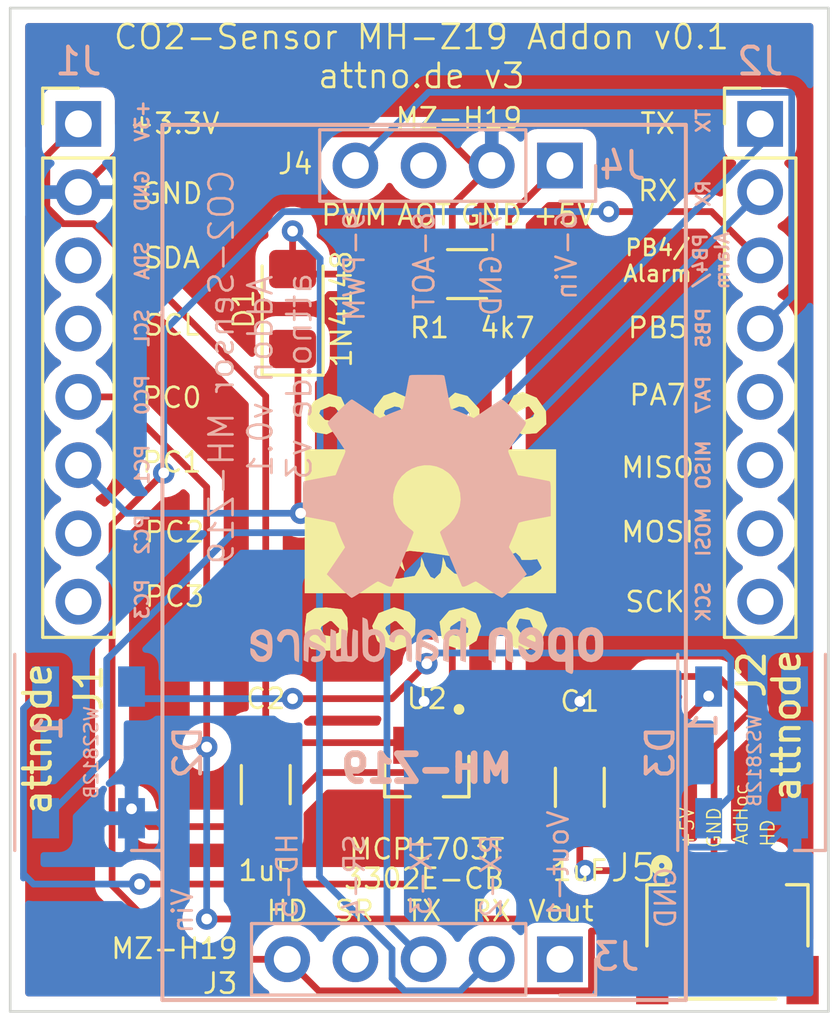
<source format=kicad_pcb>
(kicad_pcb (version 20171130) (host pcbnew "(5.1.8)-1")

  (general
    (thickness 1.6)
    (drawings 72)
    (tracks 140)
    (zones 0)
    (modules 14)
    (nets 13)
  )

  (page A4)
  (layers
    (0 F.Cu signal)
    (31 B.Cu signal)
    (32 B.Adhes user)
    (33 F.Adhes user)
    (34 B.Paste user)
    (35 F.Paste user)
    (36 B.SilkS user)
    (37 F.SilkS user)
    (38 B.Mask user)
    (39 F.Mask user)
    (40 Dwgs.User user)
    (41 Cmts.User user)
    (42 Eco1.User user)
    (43 Eco2.User user)
    (44 Edge.Cuts user)
    (45 Margin user)
    (46 B.CrtYd user)
    (47 F.CrtYd user)
    (48 B.Fab user)
    (49 F.Fab user)
  )

  (setup
    (last_trace_width 0.25)
    (trace_clearance 0.2)
    (zone_clearance 0.508)
    (zone_45_only no)
    (trace_min 0.2)
    (via_size 0.8)
    (via_drill 0.4)
    (via_min_size 0.4)
    (via_min_drill 0.3)
    (uvia_size 0.3)
    (uvia_drill 0.1)
    (uvias_allowed no)
    (uvia_min_size 0.2)
    (uvia_min_drill 0.1)
    (edge_width 0.1)
    (segment_width 0.2)
    (pcb_text_width 0.3)
    (pcb_text_size 1.5 1.5)
    (mod_edge_width 0.15)
    (mod_text_size 1 1)
    (mod_text_width 0.15)
    (pad_size 5 5)
    (pad_drill 0)
    (pad_to_mask_clearance 0)
    (aux_axis_origin 0 0)
    (grid_origin 71.3 76.8)
    (visible_elements 7FFFFFFF)
    (pcbplotparams
      (layerselection 0x010fc_ffffffff)
      (usegerberextensions false)
      (usegerberattributes true)
      (usegerberadvancedattributes true)
      (creategerberjobfile true)
      (excludeedgelayer true)
      (linewidth 0.100000)
      (plotframeref false)
      (viasonmask false)
      (mode 1)
      (useauxorigin false)
      (hpglpennumber 1)
      (hpglpenspeed 20)
      (hpglpendiameter 15.000000)
      (psnegative false)
      (psa4output false)
      (plotreference true)
      (plotvalue true)
      (plotinvisibletext false)
      (padsonsilk false)
      (subtractmaskfromsilk false)
      (outputformat 1)
      (mirror false)
      (drillshape 0)
      (scaleselection 1)
      (outputdirectory "../Gerber/"))
  )

  (net 0 "")
  (net 1 +5V)
  (net 2 GND)
  (net 3 +3V3)
  (net 4 PC1)
  (net 5 "Net-(D1-Pad2)")
  (net 6 "Net-(D2-Pad2)")
  (net 7 PWM)
  (net 8 RX)
  (net 9 TX)
  (net 10 HD)
  (net 11 AdHoc)
  (net 12 "Net-(J5-PadS1)")

  (net_class Default "Dies ist die voreingestellte Netzklasse."
    (clearance 0.2)
    (trace_width 0.25)
    (via_dia 0.8)
    (via_drill 0.4)
    (uvia_dia 0.3)
    (uvia_drill 0.1)
    (add_net +3V3)
    (add_net +5V)
    (add_net AdHoc)
    (add_net GND)
    (add_net HD)
    (add_net "Net-(D1-Pad2)")
    (add_net "Net-(D2-Pad2)")
    (add_net "Net-(J5-PadS1)")
    (add_net PC1)
    (add_net PWM)
    (add_net RX)
    (add_net TX)
  )

  (module Symbol:OSHW-Logo2_14.6x12mm_SilkScreen (layer B.Cu) (tedit 0) (tstamp 601C5DA8)
    (at 71.4 60.6 180)
    (descr "Open Source Hardware Symbol")
    (tags "Logo Symbol OSHW")
    (attr virtual)
    (fp_text reference REF** (at 0 0) (layer B.SilkS) hide
      (effects (font (size 1 1) (thickness 0.15)) (justify mirror))
    )
    (fp_text value OSHW-Logo2_14.6x12mm_SilkScreen (at 0.75 0) (layer B.Fab) hide
      (effects (font (size 1 1) (thickness 0.15)) (justify mirror))
    )
    (fp_poly (pts (xy 0.209014 5.547002) (xy 0.367006 5.546137) (xy 0.481347 5.543795) (xy 0.559407 5.539238)
      (xy 0.608554 5.53173) (xy 0.636159 5.520534) (xy 0.649592 5.504912) (xy 0.656221 5.484127)
      (xy 0.656865 5.481437) (xy 0.666935 5.432887) (xy 0.685575 5.337095) (xy 0.710845 5.204257)
      (xy 0.740807 5.044569) (xy 0.773522 4.868226) (xy 0.774664 4.862033) (xy 0.807433 4.689218)
      (xy 0.838093 4.536531) (xy 0.864664 4.413129) (xy 0.885167 4.328169) (xy 0.897626 4.29081)
      (xy 0.89822 4.290148) (xy 0.934919 4.271905) (xy 1.010586 4.241503) (xy 1.108878 4.205507)
      (xy 1.109425 4.205315) (xy 1.233233 4.158778) (xy 1.379196 4.099496) (xy 1.516781 4.039891)
      (xy 1.523293 4.036944) (xy 1.74739 3.935235) (xy 2.243619 4.274103) (xy 2.395846 4.377408)
      (xy 2.533741 4.469763) (xy 2.649315 4.545916) (xy 2.734579 4.600615) (xy 2.781544 4.628607)
      (xy 2.786004 4.630683) (xy 2.820134 4.62144) (xy 2.883881 4.576844) (xy 2.979731 4.494791)
      (xy 3.110169 4.373179) (xy 3.243328 4.243795) (xy 3.371694 4.116298) (xy 3.486581 3.999954)
      (xy 3.581073 3.901948) (xy 3.648253 3.829464) (xy 3.681206 3.789687) (xy 3.682432 3.787639)
      (xy 3.686074 3.760344) (xy 3.67235 3.715766) (xy 3.637869 3.647888) (xy 3.579239 3.550689)
      (xy 3.49307 3.418149) (xy 3.3782 3.247524) (xy 3.276254 3.097345) (xy 3.185123 2.96265)
      (xy 3.110073 2.85126) (xy 3.056369 2.770995) (xy 3.02928 2.729675) (xy 3.027574 2.72687)
      (xy 3.030882 2.687279) (xy 3.055953 2.610331) (xy 3.097798 2.510568) (xy 3.112712 2.478709)
      (xy 3.177786 2.336774) (xy 3.247212 2.175727) (xy 3.303609 2.036379) (xy 3.344247 1.932956)
      (xy 3.376526 1.854358) (xy 3.395178 1.81328) (xy 3.397497 1.810115) (xy 3.431803 1.804872)
      (xy 3.512669 1.790506) (xy 3.629343 1.769063) (xy 3.771075 1.742587) (xy 3.92711 1.713123)
      (xy 4.086698 1.682717) (xy 4.239085 1.653412) (xy 4.373521 1.627255) (xy 4.479252 1.60629)
      (xy 4.545526 1.592561) (xy 4.561782 1.58868) (xy 4.578573 1.5791) (xy 4.591249 1.557464)
      (xy 4.600378 1.516469) (xy 4.606531 1.448811) (xy 4.61028 1.347188) (xy 4.612192 1.204297)
      (xy 4.61284 1.012835) (xy 4.612874 0.934355) (xy 4.612874 0.296094) (xy 4.459598 0.26584)
      (xy 4.374322 0.249436) (xy 4.24707 0.225491) (xy 4.093315 0.196893) (xy 3.928534 0.166533)
      (xy 3.882989 0.158194) (xy 3.730932 0.12863) (xy 3.598468 0.099558) (xy 3.496714 0.073671)
      (xy 3.436788 0.053663) (xy 3.426805 0.047699) (xy 3.402293 0.005466) (xy 3.367148 -0.07637)
      (xy 3.328173 -0.181683) (xy 3.320442 -0.204368) (xy 3.26936 -0.345018) (xy 3.205954 -0.503714)
      (xy 3.143904 -0.646225) (xy 3.143598 -0.646886) (xy 3.040267 -0.87044) (xy 3.719961 -1.870232)
      (xy 3.283621 -2.3073) (xy 3.151649 -2.437381) (xy 3.031279 -2.552048) (xy 2.929273 -2.645181)
      (xy 2.852391 -2.710658) (xy 2.807393 -2.742357) (xy 2.800938 -2.744368) (xy 2.76304 -2.728529)
      (xy 2.685708 -2.684496) (xy 2.577389 -2.61749) (xy 2.446532 -2.532734) (xy 2.305052 -2.437816)
      (xy 2.161461 -2.340998) (xy 2.033435 -2.256751) (xy 1.929105 -2.190258) (xy 1.8566 -2.146702)
      (xy 1.824158 -2.131264) (xy 1.784576 -2.144328) (xy 1.709519 -2.17875) (xy 1.614468 -2.22738)
      (xy 1.604392 -2.232785) (xy 1.476391 -2.29698) (xy 1.388618 -2.328463) (xy 1.334028 -2.328798)
      (xy 1.305575 -2.299548) (xy 1.30541 -2.299138) (xy 1.291188 -2.264498) (xy 1.257269 -2.182269)
      (xy 1.206284 -2.058814) (xy 1.140862 -1.900498) (xy 1.063634 -1.713686) (xy 0.977229 -1.504742)
      (xy 0.893551 -1.302446) (xy 0.801588 -1.0792) (xy 0.71715 -0.872392) (xy 0.642769 -0.688362)
      (xy 0.580974 -0.533451) (xy 0.534297 -0.413996) (xy 0.505268 -0.336339) (xy 0.496322 -0.307356)
      (xy 0.518756 -0.27411) (xy 0.577439 -0.221123) (xy 0.655689 -0.162704) (xy 0.878534 0.022048)
      (xy 1.052718 0.233818) (xy 1.176154 0.468144) (xy 1.246754 0.720566) (xy 1.262431 0.986623)
      (xy 1.251036 1.109425) (xy 1.18895 1.364207) (xy 1.082023 1.589199) (xy 0.936889 1.782183)
      (xy 0.760178 1.940939) (xy 0.558522 2.06325) (xy 0.338554 2.146895) (xy 0.106906 2.189656)
      (xy -0.129791 2.189313) (xy -0.364905 2.143648) (xy -0.591804 2.050441) (xy -0.803856 1.907473)
      (xy -0.892364 1.826617) (xy -1.062111 1.618993) (xy -1.180301 1.392105) (xy -1.247722 1.152567)
      (xy -1.26516 0.906993) (xy -1.233402 0.661997) (xy -1.153235 0.424192) (xy -1.025445 0.200193)
      (xy -0.85082 -0.003387) (xy -0.655688 -0.162704) (xy -0.574409 -0.223602) (xy -0.516991 -0.276015)
      (xy -0.496322 -0.307406) (xy -0.507144 -0.341639) (xy -0.537923 -0.423419) (xy -0.586126 -0.546407)
      (xy -0.649222 -0.704263) (xy -0.724678 -0.890649) (xy -0.809962 -1.099226) (xy -0.893781 -1.302496)
      (xy -0.986255 -1.525933) (xy -1.071911 -1.732984) (xy -1.148118 -1.917286) (xy -1.212247 -2.072475)
      (xy -1.261668 -2.192188) (xy -1.293752 -2.270061) (xy -1.305641 -2.299138) (xy -1.333726 -2.328677)
      (xy -1.388051 -2.328591) (xy -1.475605 -2.297326) (xy -1.603381 -2.233329) (xy -1.604392 -2.232785)
      (xy -1.700598 -2.183121) (xy -1.778369 -2.146945) (xy -1.822223 -2.131408) (xy -1.824158 -2.131264)
      (xy -1.857171 -2.147024) (xy -1.930054 -2.19085) (xy -2.034678 -2.257557) (xy -2.16291 -2.341964)
      (xy -2.305052 -2.437816) (xy -2.449767 -2.534867) (xy -2.580196 -2.61927) (xy -2.68789 -2.685801)
      (xy -2.764402 -2.729238) (xy -2.800938 -2.744368) (xy -2.834582 -2.724482) (xy -2.902224 -2.668903)
      (xy -2.997107 -2.583754) (xy -3.11247 -2.475153) (xy -3.241555 -2.349221) (xy -3.283771 -2.307149)
      (xy -3.720261 -1.869931) (xy -3.388023 -1.38234) (xy -3.287054 -1.232605) (xy -3.198438 -1.09822)
      (xy -3.127146 -0.986969) (xy -3.07815 -0.906639) (xy -3.056422 -0.865014) (xy -3.055785 -0.862053)
      (xy -3.06724 -0.822818) (xy -3.098051 -0.743895) (xy -3.142884 -0.638509) (xy -3.174353 -0.567954)
      (xy -3.233192 -0.432876) (xy -3.288604 -0.296409) (xy -3.331564 -0.181103) (xy -3.343234 -0.145977)
      (xy -3.376389 -0.052174) (xy -3.408799 0.020306) (xy -3.426601 0.047699) (xy -3.465886 0.064464)
      (xy -3.551626 0.08823) (xy -3.672697 0.116303) (xy -3.817973 0.145991) (xy -3.882988 0.158194)
      (xy -4.048087 0.188532) (xy -4.206448 0.217907) (xy -4.342596 0.243431) (xy -4.441057 0.262215)
      (xy -4.459598 0.26584) (xy -4.612873 0.296094) (xy -4.612873 0.934355) (xy -4.612529 1.14423)
      (xy -4.611116 1.30302) (xy -4.608064 1.418027) (xy -4.602803 1.496554) (xy -4.594763 1.545904)
      (xy -4.583373 1.573381) (xy -4.568063 1.586287) (xy -4.561782 1.58868) (xy -4.523896 1.597167)
      (xy -4.440195 1.6141) (xy -4.321433 1.637434) (xy -4.178361 1.665125) (xy -4.021732 1.695127)
      (xy -3.862297 1.725396) (xy -3.710809 1.753885) (xy -3.578019 1.778551) (xy -3.474681 1.797349)
      (xy -3.411545 1.808233) (xy -3.397497 1.810115) (xy -3.38477 1.835296) (xy -3.3566 1.902378)
      (xy -3.318252 1.998667) (xy -3.303609 2.036379) (xy -3.244548 2.182079) (xy -3.175 2.343049)
      (xy -3.112712 2.478709) (xy -3.066879 2.582439) (xy -3.036387 2.667674) (xy -3.026208 2.719874)
      (xy -3.027831 2.72687) (xy -3.049343 2.759898) (xy -3.098465 2.833357) (xy -3.169923 2.939423)
      (xy -3.258445 3.070274) (xy -3.358759 3.218088) (xy -3.378594 3.247266) (xy -3.494988 3.420137)
      (xy -3.580548 3.551774) (xy -3.638684 3.648239) (xy -3.672808 3.715592) (xy -3.686331 3.759894)
      (xy -3.682664 3.787206) (xy -3.68257 3.78738) (xy -3.653707 3.823254) (xy -3.589867 3.892609)
      (xy -3.497969 3.988255) (xy -3.384933 4.103001) (xy -3.257679 4.229659) (xy -3.243328 4.243795)
      (xy -3.082957 4.399097) (xy -2.959195 4.51313) (xy -2.869555 4.587998) (xy -2.811552 4.625804)
      (xy -2.786004 4.630683) (xy -2.748718 4.609397) (xy -2.671343 4.560227) (xy -2.561867 4.488425)
      (xy -2.42828 4.399245) (xy -2.27857 4.297937) (xy -2.243618 4.274103) (xy -1.74739 3.935235)
      (xy -1.523293 4.036944) (xy -1.387011 4.096217) (xy -1.240724 4.15583) (xy -1.114965 4.20336)
      (xy -1.109425 4.205315) (xy -1.011057 4.241323) (xy -0.935229 4.271771) (xy -0.898282 4.290095)
      (xy -0.89822 4.290148) (xy -0.886496 4.323271) (xy -0.866568 4.404733) (xy -0.840413 4.525375)
      (xy -0.81001 4.676041) (xy -0.777337 4.847572) (xy -0.774664 4.862033) (xy -0.74189 5.038765)
      (xy -0.711802 5.19919) (xy -0.686339 5.333112) (xy -0.667441 5.430337) (xy -0.657047 5.480668)
      (xy -0.656865 5.481437) (xy -0.650539 5.502847) (xy -0.638239 5.519012) (xy -0.612594 5.530669)
      (xy -0.566235 5.538555) (xy -0.491792 5.543407) (xy -0.381895 5.545961) (xy -0.229175 5.546955)
      (xy -0.026262 5.547126) (xy 0 5.547126) (xy 0.209014 5.547002)) (layer B.SilkS) (width 0.01))
    (fp_poly (pts (xy 6.343439 -3.95654) (xy 6.45895 -4.032034) (xy 6.514664 -4.099617) (xy 6.558804 -4.222255)
      (xy 6.562309 -4.319298) (xy 6.554368 -4.449056) (xy 6.255115 -4.580039) (xy 6.109611 -4.646958)
      (xy 6.014537 -4.70079) (xy 5.965101 -4.747416) (xy 5.956511 -4.79272) (xy 5.983972 -4.842582)
      (xy 6.014253 -4.875632) (xy 6.102363 -4.928633) (xy 6.198196 -4.932347) (xy 6.286212 -4.891041)
      (xy 6.350869 -4.808983) (xy 6.362433 -4.780008) (xy 6.417825 -4.689509) (xy 6.481553 -4.65094)
      (xy 6.568966 -4.617946) (xy 6.568966 -4.743034) (xy 6.561238 -4.828156) (xy 6.530966 -4.899938)
      (xy 6.467518 -4.982356) (xy 6.458088 -4.993066) (xy 6.387513 -5.066391) (xy 6.326847 -5.105742)
      (xy 6.25095 -5.123845) (xy 6.18803 -5.129774) (xy 6.075487 -5.131251) (xy 5.99537 -5.112535)
      (xy 5.94539 -5.084747) (xy 5.866838 -5.023641) (xy 5.812463 -4.957554) (xy 5.778052 -4.874441)
      (xy 5.759388 -4.762254) (xy 5.752256 -4.608946) (xy 5.751687 -4.531136) (xy 5.753622 -4.437853)
      (xy 5.929899 -4.437853) (xy 5.931944 -4.487896) (xy 5.937039 -4.496092) (xy 5.970666 -4.484958)
      (xy 6.04303 -4.455493) (xy 6.139747 -4.413601) (xy 6.159973 -4.404597) (xy 6.282203 -4.342442)
      (xy 6.349547 -4.287815) (xy 6.364348 -4.236649) (xy 6.328947 -4.184876) (xy 6.299711 -4.162)
      (xy 6.194216 -4.11625) (xy 6.095476 -4.123808) (xy 6.012812 -4.179651) (xy 5.955548 -4.278753)
      (xy 5.937188 -4.357414) (xy 5.929899 -4.437853) (xy 5.753622 -4.437853) (xy 5.755459 -4.349351)
      (xy 5.769359 -4.214853) (xy 5.796894 -4.116916) (xy 5.841572 -4.044811) (xy 5.906901 -3.987813)
      (xy 5.935383 -3.969393) (xy 6.064763 -3.921422) (xy 6.206412 -3.918403) (xy 6.343439 -3.95654)) (layer B.SilkS) (width 0.01))
    (fp_poly (pts (xy 5.33569 -3.940018) (xy 5.370585 -3.955269) (xy 5.453877 -4.021235) (xy 5.525103 -4.116618)
      (xy 5.569153 -4.218406) (xy 5.576322 -4.268587) (xy 5.552285 -4.338647) (xy 5.499561 -4.375717)
      (xy 5.443031 -4.398164) (xy 5.417146 -4.4023) (xy 5.404542 -4.372283) (xy 5.379654 -4.306961)
      (xy 5.368735 -4.277445) (xy 5.307508 -4.175348) (xy 5.218861 -4.124423) (xy 5.105193 -4.125989)
      (xy 5.096774 -4.127994) (xy 5.036088 -4.156767) (xy 4.991474 -4.212859) (xy 4.961002 -4.303163)
      (xy 4.942744 -4.434571) (xy 4.934771 -4.613974) (xy 4.934023 -4.709433) (xy 4.933652 -4.859913)
      (xy 4.931223 -4.962495) (xy 4.92476 -5.027672) (xy 4.912288 -5.065938) (xy 4.891833 -5.087785)
      (xy 4.861419 -5.103707) (xy 4.859661 -5.104509) (xy 4.801091 -5.129272) (xy 4.772075 -5.138391)
      (xy 4.767616 -5.110822) (xy 4.763799 -5.03462) (xy 4.760899 -4.919541) (xy 4.759191 -4.775341)
      (xy 4.758851 -4.669814) (xy 4.760588 -4.465613) (xy 4.767382 -4.310697) (xy 4.781607 -4.196024)
      (xy 4.805638 -4.112551) (xy 4.841848 -4.051236) (xy 4.892612 -4.003034) (xy 4.942739 -3.969393)
      (xy 5.063275 -3.924619) (xy 5.203557 -3.914521) (xy 5.33569 -3.940018)) (layer B.SilkS) (width 0.01))
    (fp_poly (pts (xy 4.314406 -3.935156) (xy 4.398469 -3.973393) (xy 4.46445 -4.019726) (xy 4.512794 -4.071532)
      (xy 4.546172 -4.138363) (xy 4.567253 -4.229769) (xy 4.578707 -4.355301) (xy 4.583203 -4.524508)
      (xy 4.583678 -4.635933) (xy 4.583678 -5.070627) (xy 4.509316 -5.104509) (xy 4.450746 -5.129272)
      (xy 4.42173 -5.138391) (xy 4.416179 -5.111257) (xy 4.411775 -5.038094) (xy 4.409078 -4.931263)
      (xy 4.408506 -4.846437) (xy 4.406046 -4.723887) (xy 4.399412 -4.626668) (xy 4.389726 -4.567134)
      (xy 4.382032 -4.554483) (xy 4.330311 -4.567402) (xy 4.249117 -4.600539) (xy 4.155102 -4.645461)
      (xy 4.064917 -4.693735) (xy 3.995215 -4.736928) (xy 3.962648 -4.766608) (xy 3.962519 -4.766929)
      (xy 3.96532 -4.821857) (xy 3.990439 -4.874292) (xy 4.034541 -4.916881) (xy 4.098909 -4.931126)
      (xy 4.153921 -4.929466) (xy 4.231835 -4.928245) (xy 4.272732 -4.946498) (xy 4.297295 -4.994726)
      (xy 4.300392 -5.00382) (xy 4.31104 -5.072598) (xy 4.282565 -5.11436) (xy 4.208344 -5.134263)
      (xy 4.128168 -5.137944) (xy 3.98389 -5.110658) (xy 3.909203 -5.07169) (xy 3.816963 -4.980148)
      (xy 3.768043 -4.867782) (xy 3.763654 -4.749051) (xy 3.805001 -4.638411) (xy 3.867197 -4.56908)
      (xy 3.929294 -4.530265) (xy 4.026895 -4.481125) (xy 4.140632 -4.431292) (xy 4.15959 -4.423677)
      (xy 4.284521 -4.368545) (xy 4.356539 -4.319954) (xy 4.3797 -4.271647) (xy 4.358064 -4.21737)
      (xy 4.32092 -4.174943) (xy 4.233127 -4.122702) (xy 4.13653 -4.118784) (xy 4.047944 -4.159041)
      (xy 3.984186 -4.239326) (xy 3.975817 -4.26004) (xy 3.927096 -4.336225) (xy 3.855965 -4.392785)
      (xy 3.766207 -4.439201) (xy 3.766207 -4.307584) (xy 3.77149 -4.227168) (xy 3.794142 -4.163786)
      (xy 3.844367 -4.096163) (xy 3.892582 -4.044076) (xy 3.967554 -3.970322) (xy 4.025806 -3.930702)
      (xy 4.088372 -3.91481) (xy 4.159193 -3.912184) (xy 4.314406 -3.935156)) (layer B.SilkS) (width 0.01))
    (fp_poly (pts (xy 3.580124 -3.93984) (xy 3.584579 -4.016653) (xy 3.588071 -4.133391) (xy 3.590315 -4.280821)
      (xy 3.591035 -4.435455) (xy 3.591035 -4.958727) (xy 3.498645 -5.051117) (xy 3.434978 -5.108047)
      (xy 3.379089 -5.131107) (xy 3.302702 -5.129647) (xy 3.27238 -5.125934) (xy 3.17761 -5.115126)
      (xy 3.099222 -5.108933) (xy 3.080115 -5.108361) (xy 3.015699 -5.112102) (xy 2.923571 -5.121494)
      (xy 2.88785 -5.125934) (xy 2.800114 -5.132801) (xy 2.741153 -5.117885) (xy 2.68269 -5.071835)
      (xy 2.661585 -5.051117) (xy 2.569195 -4.958727) (xy 2.569195 -3.979947) (xy 2.643558 -3.946066)
      (xy 2.70759 -3.92097) (xy 2.745052 -3.912184) (xy 2.754657 -3.93995) (xy 2.763635 -4.01753)
      (xy 2.771386 -4.136348) (xy 2.777314 -4.287828) (xy 2.780173 -4.415805) (xy 2.788161 -4.919425)
      (xy 2.857848 -4.929278) (xy 2.921229 -4.922389) (xy 2.952286 -4.900083) (xy 2.960967 -4.858379)
      (xy 2.968378 -4.769544) (xy 2.973931 -4.644834) (xy 2.977036 -4.495507) (xy 2.977484 -4.418661)
      (xy 2.977931 -3.976287) (xy 3.069874 -3.944235) (xy 3.134949 -3.922443) (xy 3.170347 -3.912281)
      (xy 3.171368 -3.912184) (xy 3.17492 -3.939809) (xy 3.178823 -4.016411) (xy 3.182751 -4.132579)
      (xy 3.186376 -4.278904) (xy 3.188908 -4.415805) (xy 3.196897 -4.919425) (xy 3.372069 -4.919425)
      (xy 3.380107 -4.459965) (xy 3.388146 -4.000505) (xy 3.473543 -3.956344) (xy 3.536593 -3.926019)
      (xy 3.57391 -3.912258) (xy 3.574987 -3.912184) (xy 3.580124 -3.93984)) (layer B.SilkS) (width 0.01))
    (fp_poly (pts (xy 2.393914 -4.154455) (xy 2.393543 -4.372661) (xy 2.392108 -4.540519) (xy 2.389002 -4.66607)
      (xy 2.383622 -4.757355) (xy 2.375362 -4.822415) (xy 2.363616 -4.869291) (xy 2.347781 -4.906024)
      (xy 2.33579 -4.926991) (xy 2.23649 -5.040694) (xy 2.110588 -5.111965) (xy 1.971291 -5.137538)
      (xy 1.831805 -5.11415) (xy 1.748743 -5.072119) (xy 1.661545 -4.999411) (xy 1.602117 -4.910612)
      (xy 1.566261 -4.79432) (xy 1.549781 -4.639135) (xy 1.547447 -4.525287) (xy 1.547761 -4.517106)
      (xy 1.751724 -4.517106) (xy 1.75297 -4.647657) (xy 1.758678 -4.73408) (xy 1.771804 -4.790618)
      (xy 1.795306 -4.831514) (xy 1.823386 -4.862362) (xy 1.917688 -4.921905) (xy 2.01894 -4.926992)
      (xy 2.114636 -4.877279) (xy 2.122084 -4.870543) (xy 2.153874 -4.835502) (xy 2.173808 -4.793811)
      (xy 2.1846 -4.731762) (xy 2.188965 -4.635644) (xy 2.189655 -4.529379) (xy 2.188159 -4.39588)
      (xy 2.181964 -4.306822) (xy 2.168514 -4.248293) (xy 2.145251 -4.206382) (xy 2.126175 -4.184123)
      (xy 2.037563 -4.127985) (xy 1.935508 -4.121235) (xy 1.838095 -4.164114) (xy 1.819296 -4.180032)
      (xy 1.787293 -4.215382) (xy 1.767318 -4.257502) (xy 1.756593 -4.320251) (xy 1.752339 -4.417487)
      (xy 1.751724 -4.517106) (xy 1.547761 -4.517106) (xy 1.554504 -4.341947) (xy 1.578472 -4.204195)
      (xy 1.623548 -4.100632) (xy 1.693928 -4.019856) (xy 1.748743 -3.978455) (xy 1.848376 -3.933728)
      (xy 1.963855 -3.912967) (xy 2.071199 -3.918525) (xy 2.131264 -3.940943) (xy 2.154835 -3.947323)
      (xy 2.170477 -3.923535) (xy 2.181395 -3.859788) (xy 2.189655 -3.762687) (xy 2.198699 -3.654541)
      (xy 2.211261 -3.589475) (xy 2.234119 -3.552268) (xy 2.274051 -3.527699) (xy 2.299138 -3.516819)
      (xy 2.394023 -3.477072) (xy 2.393914 -4.154455)) (layer B.SilkS) (width 0.01))
    (fp_poly (pts (xy 1.065943 -3.92192) (xy 1.198565 -3.970859) (xy 1.30601 -4.057419) (xy 1.348032 -4.118352)
      (xy 1.393843 -4.230161) (xy 1.392891 -4.311006) (xy 1.344808 -4.365378) (xy 1.327017 -4.374624)
      (xy 1.250204 -4.40345) (xy 1.210976 -4.396065) (xy 1.197689 -4.347658) (xy 1.197012 -4.32092)
      (xy 1.172686 -4.222548) (xy 1.109281 -4.153734) (xy 1.021154 -4.120498) (xy 0.922663 -4.128861)
      (xy 0.842602 -4.172296) (xy 0.815561 -4.197072) (xy 0.796394 -4.227129) (xy 0.783446 -4.272565)
      (xy 0.775064 -4.343476) (xy 0.769593 -4.44996) (xy 0.765378 -4.602112) (xy 0.764287 -4.650287)
      (xy 0.760307 -4.815095) (xy 0.755781 -4.931088) (xy 0.748995 -5.007833) (xy 0.738231 -5.054893)
      (xy 0.721773 -5.081835) (xy 0.697906 -5.098223) (xy 0.682626 -5.105463) (xy 0.617733 -5.13022)
      (xy 0.579534 -5.138391) (xy 0.566912 -5.111103) (xy 0.559208 -5.028603) (xy 0.55638 -4.889941)
      (xy 0.558386 -4.694162) (xy 0.559011 -4.663965) (xy 0.563421 -4.485349) (xy 0.568635 -4.354923)
      (xy 0.576055 -4.262492) (xy 0.587082 -4.197858) (xy 0.603117 -4.150825) (xy 0.625561 -4.111196)
      (xy 0.637302 -4.094215) (xy 0.704619 -4.01908) (xy 0.77991 -3.960638) (xy 0.789128 -3.955536)
      (xy 0.924133 -3.91526) (xy 1.065943 -3.92192)) (layer B.SilkS) (width 0.01))
    (fp_poly (pts (xy 0.079944 -3.92436) (xy 0.194343 -3.966842) (xy 0.195652 -3.967658) (xy 0.266403 -4.01973)
      (xy 0.318636 -4.080584) (xy 0.355371 -4.159887) (xy 0.379634 -4.267309) (xy 0.394445 -4.412517)
      (xy 0.402829 -4.605179) (xy 0.403564 -4.632628) (xy 0.41412 -5.046521) (xy 0.325291 -5.092456)
      (xy 0.261018 -5.123498) (xy 0.22221 -5.138206) (xy 0.220415 -5.138391) (xy 0.2137 -5.11125)
      (xy 0.208365 -5.038041) (xy 0.205083 -4.931081) (xy 0.204368 -4.844469) (xy 0.204351 -4.704162)
      (xy 0.197937 -4.616051) (xy 0.17558 -4.574025) (xy 0.127732 -4.571975) (xy 0.044849 -4.60379)
      (xy -0.080287 -4.662272) (xy -0.172303 -4.710845) (xy -0.219629 -4.752986) (xy -0.233542 -4.798916)
      (xy -0.233563 -4.801189) (xy -0.210605 -4.880311) (xy -0.14263 -4.923055) (xy -0.038602 -4.929246)
      (xy 0.03633 -4.928172) (xy 0.075839 -4.949753) (xy 0.100478 -5.001591) (xy 0.114659 -5.067632)
      (xy 0.094223 -5.105104) (xy 0.086528 -5.110467) (xy 0.014083 -5.132006) (xy -0.087367 -5.135055)
      (xy -0.191843 -5.120778) (xy -0.265875 -5.094688) (xy -0.368228 -5.007785) (xy -0.426409 -4.886816)
      (xy -0.437931 -4.792308) (xy -0.429138 -4.707062) (xy -0.39732 -4.637476) (xy -0.334316 -4.575672)
      (xy -0.231969 -4.513772) (xy -0.082118 -4.443897) (xy -0.072988 -4.439948) (xy 0.061997 -4.377588)
      (xy 0.145294 -4.326446) (xy 0.180997 -4.280488) (xy 0.173203 -4.233683) (xy 0.126007 -4.179998)
      (xy 0.111894 -4.167644) (xy 0.017359 -4.119741) (xy -0.080594 -4.121758) (xy -0.165903 -4.168724)
      (xy -0.222504 -4.255669) (xy -0.227763 -4.272734) (xy -0.278977 -4.355504) (xy -0.343963 -4.395372)
      (xy -0.437931 -4.434882) (xy -0.437931 -4.332658) (xy -0.409347 -4.184072) (xy -0.324505 -4.047784)
      (xy -0.280355 -4.002191) (xy -0.179995 -3.943674) (xy -0.052365 -3.917184) (xy 0.079944 -3.92436)) (layer B.SilkS) (width 0.01))
    (fp_poly (pts (xy -1.255402 -3.723857) (xy -1.246846 -3.843188) (xy -1.237019 -3.913506) (xy -1.223401 -3.944179)
      (xy -1.203473 -3.944571) (xy -1.197011 -3.94091) (xy -1.11106 -3.914398) (xy -0.999255 -3.915946)
      (xy -0.885586 -3.943199) (xy -0.81449 -3.978455) (xy -0.741595 -4.034778) (xy -0.688307 -4.098519)
      (xy -0.651725 -4.17951) (xy -0.62895 -4.287586) (xy -0.617081 -4.43258) (xy -0.613218 -4.624326)
      (xy -0.613149 -4.661109) (xy -0.613103 -5.074288) (xy -0.705046 -5.106339) (xy -0.770348 -5.128144)
      (xy -0.806176 -5.138297) (xy -0.80723 -5.138391) (xy -0.810758 -5.11086) (xy -0.813761 -5.034923)
      (xy -0.81601 -4.920565) (xy -0.817276 -4.777769) (xy -0.817471 -4.690951) (xy -0.817877 -4.519773)
      (xy -0.819968 -4.397088) (xy -0.825053 -4.313) (xy -0.83444 -4.257614) (xy -0.849439 -4.221032)
      (xy -0.871358 -4.193359) (xy -0.885043 -4.180032) (xy -0.979051 -4.126328) (xy -1.081636 -4.122307)
      (xy -1.17471 -4.167725) (xy -1.191922 -4.184123) (xy -1.217168 -4.214957) (xy -1.23468 -4.251531)
      (xy -1.245858 -4.304415) (xy -1.252104 -4.384177) (xy -1.254818 -4.501385) (xy -1.255402 -4.662991)
      (xy -1.255402 -5.074288) (xy -1.347345 -5.106339) (xy -1.412647 -5.128144) (xy -1.448475 -5.138297)
      (xy -1.449529 -5.138391) (xy -1.452225 -5.110448) (xy -1.454655 -5.03163) (xy -1.456722 -4.909453)
      (xy -1.458329 -4.751432) (xy -1.459377 -4.565083) (xy -1.459769 -4.35792) (xy -1.45977 -4.348706)
      (xy -1.45977 -3.55902) (xy -1.364885 -3.518997) (xy -1.27 -3.478973) (xy -1.255402 -3.723857)) (layer B.SilkS) (width 0.01))
    (fp_poly (pts (xy -3.684448 -3.884676) (xy -3.569342 -3.962111) (xy -3.480389 -4.073949) (xy -3.427251 -4.216265)
      (xy -3.416503 -4.321015) (xy -3.417724 -4.364726) (xy -3.427944 -4.398194) (xy -3.456039 -4.428179)
      (xy -3.510884 -4.46144) (xy -3.601355 -4.504738) (xy -3.736328 -4.564833) (xy -3.737011 -4.565134)
      (xy -3.861249 -4.622037) (xy -3.963127 -4.672565) (xy -4.032233 -4.71128) (xy -4.058154 -4.73274)
      (xy -4.058161 -4.732913) (xy -4.035315 -4.779644) (xy -3.981891 -4.831154) (xy -3.920558 -4.868261)
      (xy -3.889485 -4.875632) (xy -3.804711 -4.850138) (xy -3.731707 -4.786291) (xy -3.696087 -4.716094)
      (xy -3.66182 -4.664343) (xy -3.594697 -4.605409) (xy -3.515792 -4.554496) (xy -3.446179 -4.526809)
      (xy -3.431623 -4.525287) (xy -3.415237 -4.550321) (xy -3.41425 -4.614311) (xy -3.426292 -4.700593)
      (xy -3.448993 -4.792501) (xy -3.479986 -4.873369) (xy -3.481552 -4.876509) (xy -3.574819 -5.006734)
      (xy -3.695696 -5.095311) (xy -3.832973 -5.138786) (xy -3.97544 -5.133706) (xy -4.111888 -5.076616)
      (xy -4.117955 -5.072602) (xy -4.22529 -4.975326) (xy -4.295868 -4.848409) (xy -4.334926 -4.681526)
      (xy -4.340168 -4.634639) (xy -4.349452 -4.413329) (xy -4.338322 -4.310124) (xy -4.058161 -4.310124)
      (xy -4.054521 -4.374503) (xy -4.034611 -4.393291) (xy -3.984974 -4.379235) (xy -3.906733 -4.346009)
      (xy -3.819274 -4.304359) (xy -3.817101 -4.303256) (xy -3.74297 -4.264265) (xy -3.713219 -4.238244)
      (xy -3.720555 -4.210965) (xy -3.751447 -4.175121) (xy -3.83004 -4.123251) (xy -3.914677 -4.119439)
      (xy -3.990597 -4.157189) (xy -4.043035 -4.230001) (xy -4.058161 -4.310124) (xy -4.338322 -4.310124)
      (xy -4.330356 -4.236261) (xy -4.281366 -4.095829) (xy -4.213164 -3.997447) (xy -4.090065 -3.89803)
      (xy -3.954472 -3.848711) (xy -3.816045 -3.845568) (xy -3.684448 -3.884676)) (layer B.SilkS) (width 0.01))
    (fp_poly (pts (xy -5.951779 -3.866015) (xy -5.814939 -3.937968) (xy -5.713949 -4.053766) (xy -5.678075 -4.128213)
      (xy -5.650161 -4.239992) (xy -5.635871 -4.381227) (xy -5.634516 -4.535371) (xy -5.645405 -4.685879)
      (xy -5.667847 -4.816205) (xy -5.70115 -4.909803) (xy -5.711385 -4.925922) (xy -5.832618 -5.046249)
      (xy -5.976613 -5.118317) (xy -6.132861 -5.139408) (xy -6.290852 -5.106802) (xy -6.33482 -5.087253)
      (xy -6.420444 -5.027012) (xy -6.495592 -4.947135) (xy -6.502694 -4.937004) (xy -6.531561 -4.888181)
      (xy -6.550643 -4.83599) (xy -6.561916 -4.767285) (xy -6.567355 -4.668918) (xy -6.568938 -4.527744)
      (xy -6.568965 -4.496092) (xy -6.568893 -4.486019) (xy -6.277011 -4.486019) (xy -6.275313 -4.619256)
      (xy -6.268628 -4.707674) (xy -6.254575 -4.764785) (xy -6.230771 -4.804102) (xy -6.218621 -4.817241)
      (xy -6.148764 -4.867172) (xy -6.080941 -4.864895) (xy -6.012365 -4.821584) (xy -5.971465 -4.775346)
      (xy -5.947242 -4.707857) (xy -5.933639 -4.601433) (xy -5.932706 -4.58902) (xy -5.930384 -4.396147)
      (xy -5.95465 -4.2529) (xy -6.005176 -4.16016) (xy -6.081632 -4.118807) (xy -6.108924 -4.116552)
      (xy -6.180589 -4.127893) (xy -6.22961 -4.167184) (xy -6.259582 -4.242326) (xy -6.274101 -4.361222)
      (xy -6.277011 -4.486019) (xy -6.568893 -4.486019) (xy -6.567878 -4.345659) (xy -6.563312 -4.240549)
      (xy -6.553312 -4.167714) (xy -6.535921 -4.114108) (xy -6.509184 -4.066681) (xy -6.503276 -4.057864)
      (xy -6.403968 -3.939007) (xy -6.295758 -3.870008) (xy -6.164019 -3.842619) (xy -6.119283 -3.841281)
      (xy -5.951779 -3.866015)) (layer B.SilkS) (width 0.01))
    (fp_poly (pts (xy -2.582571 -3.877719) (xy -2.488877 -3.931914) (xy -2.423736 -3.985707) (xy -2.376093 -4.042066)
      (xy -2.343272 -4.110987) (xy -2.322594 -4.202468) (xy -2.31138 -4.326506) (xy -2.306951 -4.493098)
      (xy -2.306437 -4.612851) (xy -2.306437 -5.053659) (xy -2.430517 -5.109283) (xy -2.554598 -5.164907)
      (xy -2.569195 -4.682095) (xy -2.575227 -4.501779) (xy -2.581555 -4.370901) (xy -2.589394 -4.280511)
      (xy -2.599963 -4.221664) (xy -2.614477 -4.185413) (xy -2.634152 -4.16281) (xy -2.640465 -4.157917)
      (xy -2.736112 -4.119706) (xy -2.832793 -4.134827) (xy -2.890345 -4.174943) (xy -2.913755 -4.20337)
      (xy -2.929961 -4.240672) (xy -2.940259 -4.297223) (xy -2.945951 -4.383394) (xy -2.948336 -4.509558)
      (xy -2.948736 -4.641042) (xy -2.948814 -4.805999) (xy -2.951639 -4.922761) (xy -2.961093 -5.00151)
      (xy -2.98106 -5.052431) (xy -3.015424 -5.085706) (xy -3.068068 -5.11152) (xy -3.138383 -5.138344)
      (xy -3.21518 -5.167542) (xy -3.206038 -4.649346) (xy -3.202357 -4.462539) (xy -3.19805 -4.32449)
      (xy -3.191877 -4.225568) (xy -3.182598 -4.156145) (xy -3.168973 -4.10659) (xy -3.149761 -4.067273)
      (xy -3.126598 -4.032584) (xy -3.014848 -3.92177) (xy -2.878487 -3.857689) (xy -2.730175 -3.842339)
      (xy -2.582571 -3.877719)) (layer B.SilkS) (width 0.01))
    (fp_poly (pts (xy -4.8281 -3.861903) (xy -4.71655 -3.917522) (xy -4.618092 -4.019931) (xy -4.590977 -4.057864)
      (xy -4.561438 -4.1075) (xy -4.542272 -4.161412) (xy -4.531307 -4.233364) (xy -4.526371 -4.337122)
      (xy -4.525287 -4.474101) (xy -4.530182 -4.661815) (xy -4.547196 -4.802758) (xy -4.579823 -4.907908)
      (xy -4.631558 -4.988243) (xy -4.705896 -5.054741) (xy -4.711358 -5.058678) (xy -4.78462 -5.098953)
      (xy -4.87284 -5.11888) (xy -4.985038 -5.123793) (xy -5.167433 -5.123793) (xy -5.167509 -5.300857)
      (xy -5.169207 -5.39947) (xy -5.17955 -5.457314) (xy -5.206578 -5.492006) (xy -5.258332 -5.521164)
      (xy -5.270761 -5.527121) (xy -5.328923 -5.555039) (xy -5.373956 -5.572672) (xy -5.407441 -5.574194)
      (xy -5.430962 -5.553781) (xy -5.4461 -5.505607) (xy -5.454437 -5.423846) (xy -5.457556 -5.302672)
      (xy -5.45704 -5.13626) (xy -5.454471 -4.918785) (xy -5.453668 -4.853736) (xy -5.450778 -4.629502)
      (xy -5.448188 -4.482821) (xy -5.167586 -4.482821) (xy -5.166009 -4.607326) (xy -5.159 -4.688787)
      (xy -5.143142 -4.742515) (xy -5.115019 -4.783823) (xy -5.095925 -4.803971) (xy -5.017865 -4.862921)
      (xy -4.948753 -4.86772) (xy -4.87744 -4.819038) (xy -4.875632 -4.817241) (xy -4.846617 -4.779618)
      (xy -4.828967 -4.728484) (xy -4.820064 -4.649738) (xy -4.817291 -4.529276) (xy -4.817241 -4.502588)
      (xy -4.823942 -4.336583) (xy -4.845752 -4.221505) (xy -4.885235 -4.151254) (xy -4.944956 -4.119729)
      (xy -4.979472 -4.116552) (xy -5.061389 -4.13146) (xy -5.117579 -4.180548) (xy -5.151402 -4.270362)
      (xy -5.16622 -4.407445) (xy -5.167586 -4.482821) (xy -5.448188 -4.482821) (xy -5.447713 -4.455952)
      (xy -5.443753 -4.325382) (xy -5.438174 -4.230087) (xy -5.430254 -4.162364) (xy -5.419269 -4.114507)
      (xy -5.404499 -4.078813) (xy -5.385218 -4.047578) (xy -5.376951 -4.035824) (xy -5.267288 -3.924797)
      (xy -5.128635 -3.861847) (xy -4.968246 -3.844297) (xy -4.8281 -3.861903)) (layer B.SilkS) (width 0.01))
  )

  (module Connector_PinHeader_2.54mm:PinHeader_1x05_P2.54mm_Vertical (layer B.Cu) (tedit 59FED5CC) (tstamp 601B7031)
    (at 76.36 76.8 90)
    (descr "Through hole straight pin header, 1x05, 2.54mm pitch, single row")
    (tags "Through hole pin header THT 1x05 2.54mm single row")
    (path /601B75A1)
    (fp_text reference J3 (at 0.1 2.1) (layer B.SilkS)
      (effects (font (size 1 1) (thickness 0.15)) (justify mirror))
    )
    (fp_text value MZ-H19 (at 0.4 -14.36) (layer F.SilkS)
      (effects (font (size 0.75 0.75) (thickness 0.1)))
    )
    (fp_line (start 1.8 1.8) (end -1.8 1.8) (layer B.CrtYd) (width 0.05))
    (fp_line (start 1.8 -11.95) (end 1.8 1.8) (layer B.CrtYd) (width 0.05))
    (fp_line (start -1.8 -11.95) (end 1.8 -11.95) (layer B.CrtYd) (width 0.05))
    (fp_line (start -1.8 1.8) (end -1.8 -11.95) (layer B.CrtYd) (width 0.05))
    (fp_line (start -1.33 1.33) (end 0 1.33) (layer B.SilkS) (width 0.12))
    (fp_line (start -1.33 0) (end -1.33 1.33) (layer B.SilkS) (width 0.12))
    (fp_line (start -1.33 -1.27) (end 1.33 -1.27) (layer B.SilkS) (width 0.12))
    (fp_line (start 1.33 -1.27) (end 1.33 -11.49) (layer B.SilkS) (width 0.12))
    (fp_line (start -1.33 -1.27) (end -1.33 -11.49) (layer B.SilkS) (width 0.12))
    (fp_line (start -1.33 -11.49) (end 1.33 -11.49) (layer B.SilkS) (width 0.12))
    (fp_line (start -1.27 0.635) (end -0.635 1.27) (layer B.Fab) (width 0.1))
    (fp_line (start -1.27 -11.43) (end -1.27 0.635) (layer B.Fab) (width 0.1))
    (fp_line (start 1.27 -11.43) (end -1.27 -11.43) (layer B.Fab) (width 0.1))
    (fp_line (start 1.27 1.27) (end 1.27 -11.43) (layer B.Fab) (width 0.1))
    (fp_line (start -0.635 1.27) (end 1.27 1.27) (layer B.Fab) (width 0.1))
    (fp_text user %R (at 0 -5.08) (layer B.Fab)
      (effects (font (size 1 1) (thickness 0.15)) (justify mirror))
    )
    (pad 1 thru_hole rect (at 0 0 90) (size 1.7 1.7) (drill 1) (layers *.Cu *.Mask))
    (pad 2 thru_hole oval (at 0 -2.54 90) (size 1.7 1.7) (drill 1) (layers *.Cu *.Mask)
      (net 9 TX))
    (pad 3 thru_hole oval (at 0 -5.08 90) (size 1.7 1.7) (drill 1) (layers *.Cu *.Mask)
      (net 8 RX))
    (pad 4 thru_hole oval (at 0 -7.62 90) (size 1.7 1.7) (drill 1) (layers *.Cu *.Mask))
    (pad 5 thru_hole oval (at 0 -10.16 90) (size 1.7 1.7) (drill 1) (layers *.Cu *.Mask)
      (net 10 HD))
    (model ${KISYS3DMOD}/Connector_PinHeader_2.54mm.3dshapes/PinHeader_1x05_P2.54mm_Vertical.wrl
      (at (xyz 0 0 0))
      (scale (xyz 1 1 1))
      (rotate (xyz 0 0 0))
    )
  )

  (module Logo_attnode:Logo_druck (layer F.Cu) (tedit 0) (tstamp 601C103F)
    (at 71.4 60.5)
    (fp_text reference G*** (at 0 0) (layer F.SilkS) hide
      (effects (font (size 1.524 1.524) (thickness 0.3)))
    )
    (fp_text value LOGO (at 0.75 0) (layer F.SilkS) hide
      (effects (font (size 1.524 1.524) (thickness 0.3)))
    )
    (fp_poly (pts (xy -3.175028 3.274671) (xy -2.965626 3.587178) (xy -2.941053 4.010526) (xy -3.007304 4.578657)
      (xy -3.319811 4.788059) (xy -3.743158 4.812632) (xy -4.311289 4.746381) (xy -4.520691 4.433874)
      (xy -4.545264 4.010526) (xy -4.542926 3.990474) (xy -3.959281 3.990474) (xy -3.830217 4.234271)
      (xy -3.609474 4.277895) (xy -3.276715 4.142232) (xy -3.259667 3.990474) (xy -3.535693 3.714239)
      (xy -3.609474 3.703053) (xy -3.922973 3.911204) (xy -3.959281 3.990474) (xy -4.542926 3.990474)
      (xy -4.479013 3.442395) (xy -4.166506 3.232994) (xy -3.743158 3.208421) (xy -3.175028 3.274671)) (layer F.SilkS) (width 0.01))
    (fp_poly (pts (xy -0.654718 3.377959) (xy -0.425046 3.643362) (xy -0.445336 4.206313) (xy -0.802298 4.673505)
      (xy -1.203158 4.812632) (xy -1.650245 4.625796) (xy -1.843455 4.445467) (xy -1.999823 3.990474)
      (xy -1.552965 3.990474) (xy -1.423901 4.234271) (xy -1.203158 4.277895) (xy -0.870399 4.142232)
      (xy -0.853351 3.990474) (xy -1.129378 3.714239) (xy -1.203158 3.703053) (xy -1.516657 3.911204)
      (xy -1.552965 3.990474) (xy -1.999823 3.990474) (xy -2.031887 3.897179) (xy -1.795855 3.42208)
      (xy -1.233012 3.208837) (xy -1.203158 3.208421) (xy -0.654718 3.377959)) (layer F.SilkS) (width 0.01))
    (fp_poly (pts (xy 1.830489 3.420844) (xy 2.023085 3.906185) (xy 1.850749 4.436547) (xy 1.843454 4.445467)
      (xy 1.308609 4.788602) (xy 0.789363 4.623462) (xy 0.556657 4.318854) (xy 0.512481 3.990474)
      (xy 0.85335 3.990474) (xy 0.982414 4.234271) (xy 1.203157 4.277895) (xy 1.535916 4.142232)
      (xy 1.552964 3.990474) (xy 1.276938 3.714239) (xy 1.203157 3.703053) (xy 0.889659 3.911204)
      (xy 0.85335 3.990474) (xy 0.512481 3.990474) (xy 0.479001 3.74161) (xy 0.834794 3.328056)
      (xy 1.36171 3.208421) (xy 1.830489 3.420844)) (layer F.SilkS) (width 0.01))
    (fp_poly (pts (xy 4.289104 3.40888) (xy 4.485854 3.883973) (xy 4.275068 4.414984) (xy 3.760298 4.770967)
      (xy 3.272011 4.712338) (xy 3.03774 4.411579) (xy 3.005955 3.923658) (xy 3.321753 3.923658)
      (xy 3.535729 4.214069) (xy 3.758937 4.277895) (xy 4.005698 4.098505) (xy 4.010526 4.055088)
      (xy 3.836112 3.667614) (xy 3.47406 3.613807) (xy 3.434135 3.635217) (xy 3.321753 3.923658)
      (xy 3.005955 3.923658) (xy 2.995131 3.757507) (xy 3.340792 3.309889) (xy 3.743157 3.208421)
      (xy 4.289104 3.40888)) (layer F.SilkS) (width 0.01))
    (fp_poly (pts (xy 4.812631 2.673684) (xy -4.545264 2.673684) (xy -4.545264 1.85671) (xy -1.84514 1.85671)
      (xy -1.640977 2.086836) (xy -1.069474 2.138947) (xy -0.449193 2.032284) (xy -0.236914 1.678869)
      (xy -0.236354 1.671053) (xy -0.199008 1.341536) (xy -0.120086 1.531401) (xy -0.083065 1.671053)
      (xy 0.137174 2.067551) (xy 0.286972 2.138947) (xy 0.512231 1.91694) (xy 0.565751 1.671053)
      (xy 0.603097 1.341536) (xy 0.682019 1.531401) (xy 0.71904 1.671053) (xy 1.023883 1.942669)
      (xy 1.661629 2.1152) (xy 2.468428 2.186887) (xy 3.280431 2.155969) (xy 3.933785 2.020685)
      (xy 4.264641 1.779275) (xy 4.277894 1.709289) (xy 4.113499 1.405706) (xy 3.876842 1.43353)
      (xy 3.532945 1.431665) (xy 3.475789 1.312671) (xy 3.31091 1.162077) (xy 3.204059 1.205853)
      (xy 3.040408 1.51151) (xy 3.071649 1.599214) (xy 2.983308 1.745726) (xy 2.741799 1.73488)
      (xy 2.344973 1.633411) (xy 2.272631 1.590545) (xy 2.017938 1.492766) (xy 1.298922 1.353099)
      (xy 0.183184 1.184476) (xy 0.064366 1.16815) (xy -0.638136 1.095906) (xy -0.934809 1.164674)
      (xy -0.945218 1.415944) (xy -0.918078 1.509049) (xy -0.821817 1.851758) (xy -0.926927 1.742986)
      (xy -1.080524 1.50529) (xy -1.365887 1.180679) (xy -1.595147 1.317081) (xy -1.631354 1.371606)
      (xy -1.84514 1.85671) (xy -4.545264 1.85671) (xy -4.545264 -2.673684) (xy 4.812631 -2.673684)
      (xy 4.812631 2.673684)) (layer F.SilkS) (width 0.01))
    (fp_poly (pts (xy -3.196971 -4.616923) (xy -2.979926 -4.140395) (xy -2.989143 -3.94488) (xy -3.252289 -3.462408)
      (xy -3.731266 -3.239198) (xy -4.214277 -3.323615) (xy -4.449336 -3.611454) (xy -4.423182 -4.010526)
      (xy -4.010527 -4.010526) (xy -3.79397 -3.773323) (xy -3.609474 -3.743158) (xy -3.253669 -3.887529)
      (xy -3.208422 -4.010526) (xy -3.424979 -4.24773) (xy -3.609474 -4.277895) (xy -3.96528 -4.133524)
      (xy -4.010527 -4.010526) (xy -4.423182 -4.010526) (xy -4.414565 -4.142002) (xy -4.201504 -4.468872)
      (xy -3.662664 -4.7517) (xy -3.196971 -4.616923)) (layer F.SilkS) (width 0.01))
    (fp_poly (pts (xy -0.698937 -4.587399) (xy -0.404882 -4.076307) (xy -0.425046 -3.643362) (xy -0.795864 -3.295983)
      (xy -1.358492 -3.230802) (xy -1.850527 -3.44782) (xy -1.981271 -3.643362) (xy -1.968038 -4.010526)
      (xy -1.604211 -4.010526) (xy -1.387654 -3.773323) (xy -1.203158 -3.743158) (xy -0.847353 -3.887529)
      (xy -0.802106 -4.010526) (xy -1.018663 -4.24773) (xy -1.203158 -4.277895) (xy -1.558964 -4.133524)
      (xy -1.604211 -4.010526) (xy -1.968038 -4.010526) (xy -1.960981 -4.206313) (xy -1.604019 -4.673505)
      (xy -1.203158 -4.812632) (xy -0.698937 -4.587399)) (layer F.SilkS) (width 0.01))
    (fp_poly (pts (xy 1.497215 -4.664621) (xy 1.521708 -4.649808) (xy 1.958071 -4.173721) (xy 1.961382 -3.672715)
      (xy 1.558773 -3.320009) (xy 1.304155 -3.2608) (xy 0.68795 -3.334446) (xy 0.453572 -3.569022)
      (xy 0.476776 -4.010526) (xy 0.802105 -4.010526) (xy 1.018662 -3.773323) (xy 1.203157 -3.743158)
      (xy 1.558963 -3.887529) (xy 1.60421 -4.010526) (xy 1.387653 -4.24773) (xy 1.203157 -4.277895)
      (xy 0.847352 -4.133524) (xy 0.802105 -4.010526) (xy 0.476776 -4.010526) (xy 0.480169 -4.075083)
      (xy 0.671125 -4.452433) (xy 1.053407 -4.785038) (xy 1.497215 -4.664621)) (layer F.SilkS) (width 0.01))
    (fp_poly (pts (xy 4.089816 -4.595979) (xy 4.434735 -4.1028) (xy 4.449882 -3.612879) (xy 4.088167 -3.2809)
      (xy 3.55026 -3.237404) (xy 3.109036 -3.48305) (xy 3.03774 -3.609474) (xy 3.005379 -4.010526)
      (xy 3.342105 -4.010526) (xy 3.402717 -3.781632) (xy 3.593694 -3.743158) (xy 3.959511 -3.882751)
      (xy 4.010526 -4.010526) (xy 3.818628 -4.270242) (xy 3.758937 -4.277895) (xy 3.39683 -4.083545)
      (xy 3.342105 -4.010526) (xy 3.005379 -4.010526) (xy 2.988838 -4.215517) (xy 3.2409 -4.683255)
      (xy 3.568344 -4.812632) (xy 4.089816 -4.595979)) (layer F.SilkS) (width 0.01))
    (fp_poly (pts (xy 2.138947 1.737895) (xy 2.005263 1.871579) (xy 1.871578 1.737895) (xy 2.005263 1.60421)
      (xy 2.138947 1.737895)) (layer F.SilkS) (width 0.01))
  )

  (module Capacitor_SMD:C_1206_3216Metric_Pad1.33x1.80mm_HandSolder (layer F.Cu) (tedit 5F68FEEF) (tstamp 601C46A6)
    (at 77.1 70.4 90)
    (descr "Capacitor SMD 1206 (3216 Metric), square (rectangular) end terminal, IPC_7351 nominal with elongated pad for handsoldering. (Body size source: IPC-SM-782 page 76, https://www.pcb-3d.com/wordpress/wp-content/uploads/ipc-sm-782a_amendment_1_and_2.pdf), generated with kicad-footprint-generator")
    (tags "capacitor handsolder")
    (path /5FCE74BE)
    (attr smd)
    (fp_text reference C1 (at 3.2 0 180) (layer F.SilkS)
      (effects (font (size 0.75 0.75) (thickness 0.1)))
    )
    (fp_text value 1uF (at -3.1 0 180) (layer F.SilkS)
      (effects (font (size 0.75 0.75) (thickness 0.1)))
    )
    (fp_line (start 2.48 1.15) (end -2.48 1.15) (layer F.CrtYd) (width 0.05))
    (fp_line (start 2.48 -1.15) (end 2.48 1.15) (layer F.CrtYd) (width 0.05))
    (fp_line (start -2.48 -1.15) (end 2.48 -1.15) (layer F.CrtYd) (width 0.05))
    (fp_line (start -2.48 1.15) (end -2.48 -1.15) (layer F.CrtYd) (width 0.05))
    (fp_line (start -0.711252 0.91) (end 0.711252 0.91) (layer F.SilkS) (width 0.12))
    (fp_line (start -0.711252 -0.91) (end 0.711252 -0.91) (layer F.SilkS) (width 0.12))
    (fp_line (start 1.6 0.8) (end -1.6 0.8) (layer F.Fab) (width 0.1))
    (fp_line (start 1.6 -0.8) (end 1.6 0.8) (layer F.Fab) (width 0.1))
    (fp_line (start -1.6 -0.8) (end 1.6 -0.8) (layer F.Fab) (width 0.1))
    (fp_line (start -1.6 0.8) (end -1.6 -0.8) (layer F.Fab) (width 0.1))
    (fp_text user %R (at 0 0 90) (layer F.Fab)
      (effects (font (size 0.8 0.8) (thickness 0.12)))
    )
    (pad 1 smd roundrect (at -1.5625 0 90) (size 1.325 1.8) (layers F.Cu F.Paste F.Mask) (roundrect_rratio 0.1886769811320755)
      (net 1 +5V))
    (pad 2 smd roundrect (at 1.5625 0 90) (size 1.325 1.8) (layers F.Cu F.Paste F.Mask) (roundrect_rratio 0.1886769811320755)
      (net 2 GND))
    (model ${KISYS3DMOD}/Capacitor_SMD.3dshapes/C_1206_3216Metric.wrl
      (at (xyz 0 0 0))
      (scale (xyz 1 1 1))
      (rotate (xyz 0 0 0))
    )
  )

  (module Capacitor_SMD:C_1206_3216Metric_Pad1.33x1.80mm_HandSolder (layer F.Cu) (tedit 5F68FEEF) (tstamp 601B6BF5)
    (at 65.4 70.3 270)
    (descr "Capacitor SMD 1206 (3216 Metric), square (rectangular) end terminal, IPC_7351 nominal with elongated pad for handsoldering. (Body size source: IPC-SM-782 page 76, https://www.pcb-3d.com/wordpress/wp-content/uploads/ipc-sm-782a_amendment_1_and_2.pdf), generated with kicad-footprint-generator")
    (tags "capacitor handsolder")
    (path /5FCE9E6D)
    (attr smd)
    (fp_text reference C2 (at -3.2 0 180) (layer F.SilkS)
      (effects (font (size 0.75 0.75) (thickness 0.1)))
    )
    (fp_text value 1uF (at 3.2 0 180) (layer F.SilkS)
      (effects (font (size 0.75 0.75) (thickness 0.1)))
    )
    (fp_line (start -1.6 0.8) (end -1.6 -0.8) (layer F.Fab) (width 0.1))
    (fp_line (start -1.6 -0.8) (end 1.6 -0.8) (layer F.Fab) (width 0.1))
    (fp_line (start 1.6 -0.8) (end 1.6 0.8) (layer F.Fab) (width 0.1))
    (fp_line (start 1.6 0.8) (end -1.6 0.8) (layer F.Fab) (width 0.1))
    (fp_line (start -0.711252 -0.91) (end 0.711252 -0.91) (layer F.SilkS) (width 0.12))
    (fp_line (start -0.711252 0.91) (end 0.711252 0.91) (layer F.SilkS) (width 0.12))
    (fp_line (start -2.48 1.15) (end -2.48 -1.15) (layer F.CrtYd) (width 0.05))
    (fp_line (start -2.48 -1.15) (end 2.48 -1.15) (layer F.CrtYd) (width 0.05))
    (fp_line (start 2.48 -1.15) (end 2.48 1.15) (layer F.CrtYd) (width 0.05))
    (fp_line (start 2.48 1.15) (end -2.48 1.15) (layer F.CrtYd) (width 0.05))
    (fp_text user %R (at 0 0 90) (layer F.Fab)
      (effects (font (size 0.8 0.8) (thickness 0.12)))
    )
    (pad 2 smd roundrect (at 1.5625 0 270) (size 1.325 1.8) (layers F.Cu F.Paste F.Mask) (roundrect_rratio 0.1886769811320755)
      (net 2 GND))
    (pad 1 smd roundrect (at -1.5625 0 270) (size 1.325 1.8) (layers F.Cu F.Paste F.Mask) (roundrect_rratio 0.1886769811320755)
      (net 3 +3V3))
    (model ${KISYS3DMOD}/Capacitor_SMD.3dshapes/C_1206_3216Metric.wrl
      (at (xyz 0 0 0))
      (scale (xyz 1 1 1))
      (rotate (xyz 0 0 0))
    )
  )

  (module Diode_SMD:D_1206_3216Metric_Pad1.42x1.75mm_HandSolder (layer F.Cu) (tedit 5F68FEF0) (tstamp 601B877A)
    (at 66.4 52.6 90)
    (descr "Diode SMD 1206 (3216 Metric), square (rectangular) end terminal, IPC_7351 nominal, (Body size source: http://www.tortai-tech.com/upload/download/2011102023233369053.pdf), generated with kicad-footprint-generator")
    (tags "diode handsolder")
    (path /5FCD2D6C)
    (attr smd)
    (fp_text reference D1 (at 0 -1.82 90) (layer F.SilkS)
      (effects (font (size 0.75 0.75) (thickness 0.1)))
    )
    (fp_text value 1N4148 (at 0 1.82 90) (layer F.SilkS)
      (effects (font (size 0.75 0.75) (thickness 0.1)))
    )
    (fp_line (start 2.45 1.12) (end -2.45 1.12) (layer F.CrtYd) (width 0.05))
    (fp_line (start 2.45 -1.12) (end 2.45 1.12) (layer F.CrtYd) (width 0.05))
    (fp_line (start -2.45 -1.12) (end 2.45 -1.12) (layer F.CrtYd) (width 0.05))
    (fp_line (start -2.45 1.12) (end -2.45 -1.12) (layer F.CrtYd) (width 0.05))
    (fp_line (start -2.46 1.135) (end 1.6 1.135) (layer F.SilkS) (width 0.12))
    (fp_line (start -2.46 -1.135) (end -2.46 1.135) (layer F.SilkS) (width 0.12))
    (fp_line (start 1.6 -1.135) (end -2.46 -1.135) (layer F.SilkS) (width 0.12))
    (fp_line (start 1.6 0.8) (end 1.6 -0.8) (layer F.Fab) (width 0.1))
    (fp_line (start -1.6 0.8) (end 1.6 0.8) (layer F.Fab) (width 0.1))
    (fp_line (start -1.6 -0.4) (end -1.6 0.8) (layer F.Fab) (width 0.1))
    (fp_line (start -1.2 -0.8) (end -1.6 -0.4) (layer F.Fab) (width 0.1))
    (fp_line (start 1.6 -0.8) (end -1.2 -0.8) (layer F.Fab) (width 0.1))
    (fp_text user %R (at 0 0 90) (layer F.Fab)
      (effects (font (size 0.8 0.8) (thickness 0.12)))
    )
    (pad 1 smd roundrect (at -1.4875 0 90) (size 1.425 1.75) (layers F.Cu F.Paste F.Mask) (roundrect_rratio 0.1754385964912281)
      (net 4 PC1))
    (pad 2 smd roundrect (at 1.4875 0 90) (size 1.425 1.75) (layers F.Cu F.Paste F.Mask) (roundrect_rratio 0.1754385964912281)
      (net 5 "Net-(D1-Pad2)"))
    (model ${KISYS3DMOD}/Diode_SMD.3dshapes/D_1206_3216Metric.wrl
      (at (xyz 0 0 0))
      (scale (xyz 1 1 1))
      (rotate (xyz 0 0 0))
    )
  )

  (module LED_SMD:LED_WS2812B_PLCC4_5.0x5.0mm_P3.2mm (layer B.Cu) (tedit 5AA4B285) (tstamp 601B8E2F)
    (at 58.8 69.1 270)
    (descr https://cdn-shop.adafruit.com/datasheets/WS2812B.pdf)
    (tags "LED RGB NeoPixel")
    (path /5FCD23E2)
    (attr smd)
    (fp_text reference D2 (at 0 -3.7 270) (layer B.SilkS)
      (effects (font (size 1 1) (thickness 0.15)) (justify mirror))
    )
    (fp_text value WS2812B (at 0 -0.1 270) (layer B.SilkS)
      (effects (font (size 0.5 0.5) (thickness 0.08)) (justify mirror))
    )
    (fp_circle (center 0 0) (end 0 2) (layer B.Fab) (width 0.1))
    (fp_line (start 3.65 -2.75) (end 3.65 -1.6) (layer B.SilkS) (width 0.12))
    (fp_line (start -3.65 -2.75) (end 3.65 -2.75) (layer B.SilkS) (width 0.12))
    (fp_line (start -3.65 2.75) (end 3.65 2.75) (layer B.SilkS) (width 0.12))
    (fp_line (start 2.5 2.5) (end -2.5 2.5) (layer B.Fab) (width 0.1))
    (fp_line (start 2.5 -2.5) (end 2.5 2.5) (layer B.Fab) (width 0.1))
    (fp_line (start -2.5 -2.5) (end 2.5 -2.5) (layer B.Fab) (width 0.1))
    (fp_line (start -2.5 2.5) (end -2.5 -2.5) (layer B.Fab) (width 0.1))
    (fp_line (start 2.5 -1.5) (end 1.5 -2.5) (layer B.Fab) (width 0.1))
    (fp_line (start -3.45 2.75) (end -3.45 -2.75) (layer B.CrtYd) (width 0.05))
    (fp_line (start -3.45 -2.75) (end 3.45 -2.75) (layer B.CrtYd) (width 0.05))
    (fp_line (start 3.45 -2.75) (end 3.45 2.75) (layer B.CrtYd) (width 0.05))
    (fp_line (start 3.45 2.75) (end -3.45 2.75) (layer B.CrtYd) (width 0.05))
    (fp_text user 1 (at -0.9 1.5 270) (layer B.SilkS)
      (effects (font (size 1 1) (thickness 0.15)) (justify mirror))
    )
    (fp_text user %R (at 0 0 270) (layer B.Fab)
      (effects (font (size 0.8 0.8) (thickness 0.15)) (justify mirror))
    )
    (pad 3 smd rect (at 2.45 -1.6 270) (size 1.5 1) (layers B.Cu B.Paste B.Mask)
      (net 2 GND))
    (pad 4 smd rect (at 2.45 1.6 270) (size 1.5 1) (layers B.Cu B.Paste B.Mask)
      (net 5 "Net-(D1-Pad2)"))
    (pad 2 smd rect (at -2.45 -1.6 270) (size 1.5 1) (layers B.Cu B.Paste B.Mask)
      (net 6 "Net-(D2-Pad2)"))
    (pad 1 smd rect (at -2.45 1.6 270) (size 1.5 1) (layers B.Cu B.Paste B.Mask)
      (net 1 +5V))
    (model ${KISYS3DMOD}/LED_SMD.3dshapes/LED_WS2812B_PLCC4_5.0x5.0mm_P3.2mm.wrl
      (at (xyz 0 0 0))
      (scale (xyz 1 1 1))
      (rotate (xyz 0 0 0))
    )
  )

  (module LED_SMD:LED_WS2812B_PLCC4_5.0x5.0mm_P3.2mm (layer B.Cu) (tedit 5AA4B285) (tstamp 601B6C36)
    (at 83.5 69.1 270)
    (descr https://cdn-shop.adafruit.com/datasheets/WS2812B.pdf)
    (tags "LED RGB NeoPixel")
    (path /5FCDAA75)
    (attr smd)
    (fp_text reference D3 (at 0 3.4 90) (layer B.SilkS)
      (effects (font (size 1 1) (thickness 0.15)) (justify mirror))
    )
    (fp_text value WS2812B (at 0.3 -0.1 90) (layer B.SilkS)
      (effects (font (size 0.5 0.5) (thickness 0.08)) (justify mirror))
    )
    (fp_line (start 3.45 2.75) (end -3.45 2.75) (layer B.CrtYd) (width 0.05))
    (fp_line (start 3.45 -2.75) (end 3.45 2.75) (layer B.CrtYd) (width 0.05))
    (fp_line (start -3.45 -2.75) (end 3.45 -2.75) (layer B.CrtYd) (width 0.05))
    (fp_line (start -3.45 2.75) (end -3.45 -2.75) (layer B.CrtYd) (width 0.05))
    (fp_line (start 2.5 -1.5) (end 1.5 -2.5) (layer B.Fab) (width 0.1))
    (fp_line (start -2.5 2.5) (end -2.5 -2.5) (layer B.Fab) (width 0.1))
    (fp_line (start -2.5 -2.5) (end 2.5 -2.5) (layer B.Fab) (width 0.1))
    (fp_line (start 2.5 -2.5) (end 2.5 2.5) (layer B.Fab) (width 0.1))
    (fp_line (start 2.5 2.5) (end -2.5 2.5) (layer B.Fab) (width 0.1))
    (fp_line (start -3.65 2.75) (end 3.65 2.75) (layer B.SilkS) (width 0.12))
    (fp_line (start -3.65 -2.75) (end 3.65 -2.75) (layer B.SilkS) (width 0.12))
    (fp_line (start 3.65 -2.75) (end 3.65 -1.6) (layer B.SilkS) (width 0.12))
    (fp_circle (center 0 0) (end 0 2) (layer B.Fab) (width 0.1))
    (fp_text user %R (at 0 0 90) (layer B.Fab)
      (effects (font (size 0.8 0.8) (thickness 0.15)) (justify mirror))
    )
    (fp_text user 1 (at -1 1.8 90) (layer B.SilkS)
      (effects (font (size 1 1) (thickness 0.15)) (justify mirror))
    )
    (pad 1 smd rect (at -2.45 1.6 270) (size 1.5 1) (layers B.Cu B.Paste B.Mask)
      (net 1 +5V))
    (pad 2 smd rect (at -2.45 -1.6 270) (size 1.5 1) (layers B.Cu B.Paste B.Mask))
    (pad 4 smd rect (at 2.45 1.6 270) (size 1.5 1) (layers B.Cu B.Paste B.Mask)
      (net 6 "Net-(D2-Pad2)"))
    (pad 3 smd rect (at 2.45 -1.6 270) (size 1.5 1) (layers B.Cu B.Paste B.Mask)
      (net 2 GND))
    (model ${KISYS3DMOD}/LED_SMD.3dshapes/LED_WS2812B_PLCC4_5.0x5.0mm_P3.2mm.wrl
      (at (xyz 0 0 0))
      (scale (xyz 1 1 1))
      (rotate (xyz 0 0 0))
    )
  )

  (module Connector_PinHeader_2.54mm:PinHeader_1x08_P2.54mm_Vertical (layer F.Cu) (tedit 59FED5CC) (tstamp 601B6C52)
    (at 58.42 45.71)
    (descr "Through hole straight pin header, 1x08, 2.54mm pitch, single row")
    (tags "Through hole pin header THT 1x08 2.54mm single row")
    (path /5FCC624D)
    (fp_text reference J1 (at 0 -2.33) (layer B.SilkS)
      (effects (font (size 1 1) (thickness 0.15)) (justify mirror))
    )
    (fp_text value attnode (at -1.52 22.89 90) (layer F.SilkS)
      (effects (font (size 1 1) (thickness 0.15)))
    )
    (fp_line (start 1.8 -1.8) (end -1.8 -1.8) (layer F.CrtYd) (width 0.05))
    (fp_line (start 1.8 19.55) (end 1.8 -1.8) (layer F.CrtYd) (width 0.05))
    (fp_line (start -1.8 19.55) (end 1.8 19.55) (layer F.CrtYd) (width 0.05))
    (fp_line (start -1.8 -1.8) (end -1.8 19.55) (layer F.CrtYd) (width 0.05))
    (fp_line (start -1.33 -1.33) (end 0 -1.33) (layer F.SilkS) (width 0.12))
    (fp_line (start -1.33 0) (end -1.33 -1.33) (layer F.SilkS) (width 0.12))
    (fp_line (start -1.33 1.27) (end 1.33 1.27) (layer F.SilkS) (width 0.12))
    (fp_line (start 1.33 1.27) (end 1.33 19.11) (layer F.SilkS) (width 0.12))
    (fp_line (start -1.33 1.27) (end -1.33 19.11) (layer F.SilkS) (width 0.12))
    (fp_line (start -1.33 19.11) (end 1.33 19.11) (layer F.SilkS) (width 0.12))
    (fp_line (start -1.27 -0.635) (end -0.635 -1.27) (layer F.Fab) (width 0.1))
    (fp_line (start -1.27 19.05) (end -1.27 -0.635) (layer F.Fab) (width 0.1))
    (fp_line (start 1.27 19.05) (end -1.27 19.05) (layer F.Fab) (width 0.1))
    (fp_line (start 1.27 -1.27) (end 1.27 19.05) (layer F.Fab) (width 0.1))
    (fp_line (start -0.635 -1.27) (end 1.27 -1.27) (layer F.Fab) (width 0.1))
    (fp_text user %R (at 0 8.89 90) (layer F.Fab)
      (effects (font (size 1 1) (thickness 0.15)))
    )
    (pad 1 thru_hole rect (at 0 0) (size 1.7 1.7) (drill 1) (layers *.Cu *.Mask)
      (net 3 +3V3))
    (pad 2 thru_hole oval (at 0 2.54) (size 1.7 1.7) (drill 1) (layers *.Cu *.Mask)
      (net 2 GND))
    (pad 3 thru_hole oval (at 0 5.08) (size 1.7 1.7) (drill 1) (layers *.Cu *.Mask))
    (pad 4 thru_hole oval (at 0 7.62) (size 1.7 1.7) (drill 1) (layers *.Cu *.Mask))
    (pad 5 thru_hole oval (at 0 10.16) (size 1.7 1.7) (drill 1) (layers *.Cu *.Mask)
      (net 11 AdHoc))
    (pad 6 thru_hole oval (at 0 12.7) (size 1.7 1.7) (drill 1) (layers *.Cu *.Mask)
      (net 4 PC1))
    (pad 7 thru_hole oval (at 0 15.24) (size 1.7 1.7) (drill 1) (layers *.Cu *.Mask))
    (pad 8 thru_hole oval (at 0 17.78) (size 1.7 1.7) (drill 1) (layers *.Cu *.Mask))
    (model ${KISYS3DMOD}/Connector_PinHeader_2.54mm.3dshapes/PinHeader_1x08_P2.54mm_Vertical.wrl
      (at (xyz 0 0 0))
      (scale (xyz 1 1 1))
      (rotate (xyz 0 0 0))
    )
  )

  (module Connector_PinHeader_2.54mm:PinHeader_1x08_P2.54mm_Vertical (layer F.Cu) (tedit 59FED5CC) (tstamp 601B6C6E)
    (at 83.82 45.71)
    (descr "Through hole straight pin header, 1x08, 2.54mm pitch, single row")
    (tags "Through hole pin header THT 1x08 2.54mm single row")
    (path /5FCC7176)
    (fp_text reference J2 (at 0 -2.33) (layer B.SilkS)
      (effects (font (size 1 1) (thickness 0.15)) (justify mirror))
    )
    (fp_text value attnode (at 0.98 22.39 270) (layer F.SilkS)
      (effects (font (size 1 1) (thickness 0.15)))
    )
    (fp_line (start -0.635 -1.27) (end 1.27 -1.27) (layer F.Fab) (width 0.1))
    (fp_line (start 1.27 -1.27) (end 1.27 19.05) (layer F.Fab) (width 0.1))
    (fp_line (start 1.27 19.05) (end -1.27 19.05) (layer F.Fab) (width 0.1))
    (fp_line (start -1.27 19.05) (end -1.27 -0.635) (layer F.Fab) (width 0.1))
    (fp_line (start -1.27 -0.635) (end -0.635 -1.27) (layer F.Fab) (width 0.1))
    (fp_line (start -1.33 19.11) (end 1.33 19.11) (layer F.SilkS) (width 0.12))
    (fp_line (start -1.33 1.27) (end -1.33 19.11) (layer F.SilkS) (width 0.12))
    (fp_line (start 1.33 1.27) (end 1.33 19.11) (layer F.SilkS) (width 0.12))
    (fp_line (start -1.33 1.27) (end 1.33 1.27) (layer F.SilkS) (width 0.12))
    (fp_line (start -1.33 0) (end -1.33 -1.33) (layer F.SilkS) (width 0.12))
    (fp_line (start -1.33 -1.33) (end 0 -1.33) (layer F.SilkS) (width 0.12))
    (fp_line (start -1.8 -1.8) (end -1.8 19.55) (layer F.CrtYd) (width 0.05))
    (fp_line (start -1.8 19.55) (end 1.8 19.55) (layer F.CrtYd) (width 0.05))
    (fp_line (start 1.8 19.55) (end 1.8 -1.8) (layer F.CrtYd) (width 0.05))
    (fp_line (start 1.8 -1.8) (end -1.8 -1.8) (layer F.CrtYd) (width 0.05))
    (fp_text user %R (at 0 8.89 90) (layer F.Fab)
      (effects (font (size 1 1) (thickness 0.15)))
    )
    (pad 8 thru_hole oval (at 0 17.78) (size 1.7 1.7) (drill 1) (layers *.Cu *.Mask))
    (pad 7 thru_hole oval (at 0 15.24) (size 1.7 1.7) (drill 1) (layers *.Cu *.Mask))
    (pad 6 thru_hole oval (at 0 12.7) (size 1.7 1.7) (drill 1) (layers *.Cu *.Mask))
    (pad 5 thru_hole oval (at 0 10.16) (size 1.7 1.7) (drill 1) (layers *.Cu *.Mask))
    (pad 4 thru_hole oval (at 0 7.62) (size 1.7 1.7) (drill 1) (layers *.Cu *.Mask)
      (net 7 PWM))
    (pad 3 thru_hole oval (at 0 5.08) (size 1.7 1.7) (drill 1) (layers *.Cu *.Mask)
      (net 10 HD))
    (pad 2 thru_hole oval (at 0 2.54) (size 1.7 1.7) (drill 1) (layers *.Cu *.Mask)
      (net 8 RX))
    (pad 1 thru_hole rect (at 0 0) (size 1.7 1.7) (drill 1) (layers *.Cu *.Mask)
      (net 9 TX))
    (model ${KISYS3DMOD}/Connector_PinHeader_2.54mm.3dshapes/PinHeader_1x08_P2.54mm_Vertical.wrl
      (at (xyz 0 0 0))
      (scale (xyz 1 1 1))
      (rotate (xyz 0 0 0))
    )
  )

  (module Resistor_SMD:R_1206_3216Metric_Pad1.30x1.75mm_HandSolder (layer F.Cu) (tedit 5F68FEEE) (tstamp 601B6C93)
    (at 72.9 51.3 180)
    (descr "Resistor SMD 1206 (3216 Metric), square (rectangular) end terminal, IPC_7351 nominal with elongated pad for handsoldering. (Body size source: IPC-SM-782 page 72, https://www.pcb-3d.com/wordpress/wp-content/uploads/ipc-sm-782a_amendment_1_and_2.pdf), generated with kicad-footprint-generator")
    (tags "resistor handsolder")
    (path /5FCD562B)
    (attr smd)
    (fp_text reference R1 (at 1.4 -2) (layer F.SilkS)
      (effects (font (size 0.75 0.75) (thickness 0.1)))
    )
    (fp_text value 4k7 (at -1.5 -2) (layer F.SilkS)
      (effects (font (size 0.75 0.75) (thickness 0.1)))
    )
    (fp_line (start 2.45 1.12) (end -2.45 1.12) (layer F.CrtYd) (width 0.05))
    (fp_line (start 2.45 -1.12) (end 2.45 1.12) (layer F.CrtYd) (width 0.05))
    (fp_line (start -2.45 -1.12) (end 2.45 -1.12) (layer F.CrtYd) (width 0.05))
    (fp_line (start -2.45 1.12) (end -2.45 -1.12) (layer F.CrtYd) (width 0.05))
    (fp_line (start -0.727064 0.91) (end 0.727064 0.91) (layer F.SilkS) (width 0.12))
    (fp_line (start -0.727064 -0.91) (end 0.727064 -0.91) (layer F.SilkS) (width 0.12))
    (fp_line (start 1.6 0.8) (end -1.6 0.8) (layer F.Fab) (width 0.1))
    (fp_line (start 1.6 -0.8) (end 1.6 0.8) (layer F.Fab) (width 0.1))
    (fp_line (start -1.6 -0.8) (end 1.6 -0.8) (layer F.Fab) (width 0.1))
    (fp_line (start -1.6 0.8) (end -1.6 -0.8) (layer F.Fab) (width 0.1))
    (fp_text user %R (at 0 0) (layer F.Fab)
      (effects (font (size 0.8 0.8) (thickness 0.12)))
    )
    (pad 1 smd roundrect (at -1.55 0 180) (size 1.3 1.75) (layers F.Cu F.Paste F.Mask) (roundrect_rratio 0.1923069230769231)
      (net 1 +5V))
    (pad 2 smd roundrect (at 1.55 0 180) (size 1.3 1.75) (layers F.Cu F.Paste F.Mask) (roundrect_rratio 0.1923069230769231)
      (net 5 "Net-(D1-Pad2)"))
    (model ${KISYS3DMOD}/Resistor_SMD.3dshapes/R_1206_3216Metric.wrl
      (at (xyz 0 0 0))
      (scale (xyz 1 1 1))
      (rotate (xyz 0 0 0))
    )
  )

  (module Connector_PinHeader_2.54mm:PinHeader_1x04_P2.54mm_Vertical (layer B.Cu) (tedit 59FED5CC) (tstamp 601B7049)
    (at 76.36 47.26 90)
    (descr "Through hole straight pin header, 1x04, 2.54mm pitch, single row")
    (tags "Through hole pin header THT 1x04 2.54mm single row")
    (path /601B8C47)
    (fp_text reference J4 (at 0 2.33) (layer B.SilkS)
      (effects (font (size 1 1) (thickness 0.15)) (justify mirror))
    )
    (fp_text value MZ-H19 (at 1.76 -3.76) (layer F.SilkS)
      (effects (font (size 0.75 0.75) (thickness 0.1)))
    )
    (fp_line (start 1.8 1.8) (end -1.8 1.8) (layer B.CrtYd) (width 0.05))
    (fp_line (start 1.8 -9.4) (end 1.8 1.8) (layer B.CrtYd) (width 0.05))
    (fp_line (start -1.8 -9.4) (end 1.8 -9.4) (layer B.CrtYd) (width 0.05))
    (fp_line (start -1.8 1.8) (end -1.8 -9.4) (layer B.CrtYd) (width 0.05))
    (fp_line (start -1.33 1.33) (end 0 1.33) (layer B.SilkS) (width 0.12))
    (fp_line (start -1.33 0) (end -1.33 1.33) (layer B.SilkS) (width 0.12))
    (fp_line (start -1.33 -1.27) (end 1.33 -1.27) (layer B.SilkS) (width 0.12))
    (fp_line (start 1.33 -1.27) (end 1.33 -8.95) (layer B.SilkS) (width 0.12))
    (fp_line (start -1.33 -1.27) (end -1.33 -8.95) (layer B.SilkS) (width 0.12))
    (fp_line (start -1.33 -8.95) (end 1.33 -8.95) (layer B.SilkS) (width 0.12))
    (fp_line (start -1.27 0.635) (end -0.635 1.27) (layer B.Fab) (width 0.1))
    (fp_line (start -1.27 -8.89) (end -1.27 0.635) (layer B.Fab) (width 0.1))
    (fp_line (start 1.27 -8.89) (end -1.27 -8.89) (layer B.Fab) (width 0.1))
    (fp_line (start 1.27 1.27) (end 1.27 -8.89) (layer B.Fab) (width 0.1))
    (fp_line (start -0.635 1.27) (end 1.27 1.27) (layer B.Fab) (width 0.1))
    (fp_text user %R (at 0 -3.81) (layer B.Fab)
      (effects (font (size 1 1) (thickness 0.15)) (justify mirror))
    )
    (pad 1 thru_hole rect (at 0 0 90) (size 1.7 1.7) (drill 1) (layers *.Cu *.Mask)
      (net 1 +5V))
    (pad 2 thru_hole oval (at 0 -2.54 90) (size 1.7 1.7) (drill 1) (layers *.Cu *.Mask)
      (net 2 GND))
    (pad 3 thru_hole oval (at 0 -5.08 90) (size 1.7 1.7) (drill 1) (layers *.Cu *.Mask))
    (pad 4 thru_hole oval (at 0 -7.62 90) (size 1.7 1.7) (drill 1) (layers *.Cu *.Mask)
      (net 7 PWM))
    (model ${KISYS3DMOD}/Connector_PinHeader_2.54mm.3dshapes/PinHeader_1x04_P2.54mm_Vertical.wrl
      (at (xyz 0 0 0))
      (scale (xyz 1 1 1))
      (rotate (xyz 0 0 0))
    )
  )

  (module MCP1703T-3302E_CB:SOT95P255X145-3N (layer F.Cu) (tedit 5FCB8903) (tstamp 601B858D)
    (at 71.4 70 270)
    (path /5FCDF3CC)
    (fp_text reference U2 (at -2.9 0 180) (layer F.SilkS)
      (effects (font (size 0.75 0.75) (thickness 0.1)))
    )
    (fp_text value MCP1703T (at 2.7 0 180) (layer F.SilkS)
      (effects (font (size 0.75 0.75) (thickness 0.1)))
    )
    (fp_line (start -0.75 -1.45) (end -0.75 1.45) (layer F.Fab) (width 0.127))
    (fp_line (start -0.75 1.45) (end 0.75 1.45) (layer F.Fab) (width 0.127))
    (fp_line (start 0.75 1.45) (end 0.75 -1.45) (layer F.Fab) (width 0.127))
    (fp_line (start 0.75 -1.45) (end -0.75 -1.45) (layer F.Fab) (width 0.127))
    (fp_line (start 0.75 -0.62) (end 0.75 -1.57) (layer F.SilkS) (width 0.127))
    (fp_line (start -0.75 1.57) (end 0.75 1.57) (layer F.SilkS) (width 0.127))
    (fp_line (start 0.75 1.57) (end 0.75 0.62) (layer F.SilkS) (width 0.127))
    (fp_line (start 0.75 -1.57) (end -0.75 -1.57) (layer F.SilkS) (width 0.127))
    (fp_line (start -2.105 -1.7) (end 2.105 -1.7) (layer F.CrtYd) (width 0.05))
    (fp_line (start 2.105 -1.7) (end 2.105 1.7) (layer F.CrtYd) (width 0.05))
    (fp_line (start 2.105 1.7) (end -2.105 1.7) (layer F.CrtYd) (width 0.05))
    (fp_line (start -2.105 1.7) (end -2.105 -1.7) (layer F.CrtYd) (width 0.05))
    (fp_circle (center -2.5 -1.2) (end -2.4 -1.2) (layer F.SilkS) (width 0.2))
    (fp_circle (center -2.5 -1.2) (end -2.4 -1.2) (layer F.Fab) (width 0.2))
    (pad 1 smd rect (at -1.165 -0.95 270) (size 1.38 0.6) (layers F.Cu F.Paste F.Mask)
      (net 2 GND))
    (pad 2 smd rect (at -1.165 0.95 270) (size 1.38 0.6) (layers F.Cu F.Paste F.Mask)
      (net 3 +3V3))
    (pad 3 smd rect (at 1.165 0 270) (size 1.38 0.6) (layers F.Cu F.Paste F.Mask)
      (net 1 +5V))
  )

  (module "JST-SM04B-SRSS-TB_LF__SN:JST_SM04B-SRSS-TB(LF)(SN)" (layer F.Cu) (tedit 601FD8C1) (tstamp 601FDA44)
    (at 82.6 73.7)
    (path /601FF79E)
    (fp_text reference J5 (at -3.5 -0.3) (layer F.SilkS)
      (effects (font (size 1 1) (thickness 0.1)))
    )
    (fp_text value "SM04B-SRSS-TBT(LF)(SN)" (at 2.5 -5.2 90) (layer F.Fab) hide
      (effects (font (size 1.000567 1.000567) (thickness 0.015)))
    )
    (fp_circle (center -2.45 -0.385) (end -2.35 -0.385) (layer F.SilkS) (width 0.3))
    (fp_line (start -3 0.325) (end 3 0.325) (layer F.Fab) (width 0.127))
    (fp_line (start 3 0.325) (end 3 4.575) (layer F.Fab) (width 0.127))
    (fp_line (start 3 4.575) (end -3 4.575) (layer F.Fab) (width 0.127))
    (fp_line (start -3 4.575) (end -3 0.325) (layer F.Fab) (width 0.127))
    (fp_line (start -2.2 0.325) (end -3 0.325) (layer F.SilkS) (width 0.127))
    (fp_line (start -3 0.325) (end -3 2.6) (layer F.SilkS) (width 0.127))
    (fp_line (start 2.2 0.325) (end 3 0.325) (layer F.SilkS) (width 0.127))
    (fp_line (start 3 0.325) (end 3 2.6) (layer F.SilkS) (width 0.127))
    (fp_line (start -1.8 4.575) (end 1.8 4.575) (layer F.SilkS) (width 0.127))
    (fp_circle (center -2.45 -0.385) (end -2.35 -0.385) (layer F.Fab) (width 0.3))
    (fp_line (start -3.65 -1.025) (end 3.65 -1.025) (layer F.CrtYd) (width 0.05))
    (fp_line (start 3.65 -1.025) (end 3.65 5.025) (layer F.CrtYd) (width 0.05))
    (fp_line (start 3.65 5.025) (end -3.65 5.025) (layer F.CrtYd) (width 0.05))
    (fp_line (start -3.65 5.025) (end -3.65 -1.025) (layer F.CrtYd) (width 0.05))
    (pad S2 smd rect (at 2.8 3.875) (size 1.2 1.8) (layers F.Cu F.Paste F.Mask)
      (net 12 "Net-(J5-PadS1)"))
    (pad S1 smd rect (at -2.8 3.875) (size 1.2 1.8) (layers F.Cu F.Paste F.Mask)
      (net 12 "Net-(J5-PadS1)"))
    (pad 1 smd rect (at -1.5 0) (size 0.6 1.55) (layers F.Cu F.Paste F.Mask)
      (net 1 +5V))
    (pad 2 smd rect (at -0.5 0) (size 0.6 1.55) (layers F.Cu F.Paste F.Mask)
      (net 2 GND))
    (pad 3 smd rect (at 0.5 0) (size 0.6 1.55) (layers F.Cu F.Paste F.Mask)
      (net 11 AdHoc))
    (pad 4 smd rect (at 1.5 0) (size 0.6 1.55) (layers F.Cu F.Paste F.Mask)
      (net 10 HD))
  )

  (gr_text J4 (at 66.5 47.2) (layer F.SilkS) (tstamp 601FE057)
    (effects (font (size 0.75 0.75) (thickness 0.1)))
  )
  (gr_text "J3\n" (at 63.7 77.7) (layer F.SilkS) (tstamp 601FDF50)
    (effects (font (size 0.75 0.75) (thickness 0.1)))
  )
  (gr_text J1 (at 58.8 66.7 90) (layer F.SilkS) (tstamp 601FDE98)
    (effects (font (size 1 1) (thickness 0.15)))
  )
  (gr_text +3.3V (at 62 45.7) (layer F.SilkS) (tstamp 6020356C)
    (effects (font (size 0.75 0.75) (thickness 0.1)))
  )
  (gr_text +5V (at 81.1 71.9 90) (layer F.SilkS) (tstamp 60202C5E)
    (effects (font (size 0.5 0.5) (thickness 0.06)))
  )
  (gr_text HD (at 84.1 72.1 90) (layer F.SilkS) (tstamp 60202BF6)
    (effects (font (size 0.5 0.5) (thickness 0.06)))
  )
  (gr_text AdHoc (at 83.1 71.4 90) (layer F.SilkS) (tstamp 60202BF4)
    (effects (font (size 0.5 0.5) (thickness 0.06)))
  )
  (gr_text GND (at 82.1 71.9 90) (layer F.SilkS)
    (effects (font (size 0.5 0.5) (thickness 0.06)))
  )
  (gr_text J2 (at 83.5 66.2 90) (layer F.SilkS)
    (effects (font (size 1 1) (thickness 0.15)))
  )
  (gr_text +5V (at 76.5 49.1) (layer F.SilkS) (tstamp 601C272E)
    (effects (font (size 0.75 0.75) (thickness 0.1)))
  )
  (gr_text GND (at 73.8 49.1) (layer F.SilkS) (tstamp 601C272C)
    (effects (font (size 0.75 0.75) (thickness 0.1)))
  )
  (gr_text AOT (at 71.3 49.1) (layer F.SilkS) (tstamp 601C272A)
    (effects (font (size 0.75 0.75) (thickness 0.1)))
  )
  (gr_text PWM (at 68.7 49.1) (layer F.SilkS) (tstamp 601C2728)
    (effects (font (size 0.75 0.75) (thickness 0.1)))
  )
  (gr_text HD (at 66.2 75) (layer F.SilkS) (tstamp 601C2672)
    (effects (font (size 0.75 0.75) (thickness 0.1)))
  )
  (gr_text SR (at 68.7 75) (layer F.SilkS) (tstamp 601C2670)
    (effects (font (size 0.75 0.75) (thickness 0.1)))
  )
  (gr_text TX (at 71.3 75) (layer F.SilkS) (tstamp 601C266E)
    (effects (font (size 0.75 0.75) (thickness 0.1)))
  )
  (gr_text RX (at 73.8 75) (layer F.SilkS) (tstamp 601C266C)
    (effects (font (size 0.75 0.75) (thickness 0.1)))
  )
  (gr_text Vout (at 76.4 75) (layer F.SilkS)
    (effects (font (size 0.75 0.75) (thickness 0.1)))
  )
  (gr_text "CO2-Sensor MH-Z19 \nAddon v0.1\nattno.de v3" (at 65.2 55.1 90) (layer B.SilkS) (tstamp 601C68F7)
    (effects (font (size 0.9 0.9) (thickness 0.1)) (justify mirror))
  )
  (gr_text 9-PWM (at 68.7 51 90) (layer B.SilkS) (tstamp 601C5F70)
    (effects (font (size 0.75 0.75) (thickness 0.1)) (justify mirror))
  )
  (gr_text 8-AOT (at 71.3 50.8 90) (layer B.SilkS) (tstamp 601C5F6E)
    (effects (font (size 0.75 0.75) (thickness 0.1)) (justify mirror))
  )
  (gr_text 7-GND (at 73.8 50.9 90) (layer B.SilkS) (tstamp 601C5F6C)
    (effects (font (size 0.75 0.75) (thickness 0.1)) (justify mirror))
  )
  (gr_text 6-Vin (at 76.6 50.6 90) (layer B.SilkS) (tstamp 601C5F68)
    (effects (font (size 0.75 0.75) (thickness 0.1)) (justify mirror))
  )
  (gr_text HD-5 (at 66.2 73.7 90) (layer B.SilkS) (tstamp 601C5F21)
    (effects (font (size 0.75 0.75) (thickness 0.1)) (justify mirror))
  )
  (gr_text SR-4 (at 68.7 73.7 90) (layer B.SilkS) (tstamp 601C5F1F)
    (effects (font (size 0.75 0.75) (thickness 0.1)) (justify mirror))
  )
  (gr_text Vout-1 (at 76.3 73.3 90) (layer B.SilkS) (tstamp 601C5F1D)
    (effects (font (size 0.75 0.75) (thickness 0.1)) (justify mirror))
  )
  (gr_text TX-3 (at 71.2 73.7 90) (layer B.SilkS) (tstamp 601C5F1B)
    (effects (font (size 0.75 0.75) (thickness 0.1)) (justify mirror))
  )
  (gr_text RX-2 (at 73.8 73.7 90) (layer B.SilkS)
    (effects (font (size 0.75 0.75) (thickness 0.1)) (justify mirror))
  )
  (gr_text SCK (at 81.7 63.5 90) (layer B.SilkS) (tstamp 601C57DF)
    (effects (font (size 0.5 0.5) (thickness 0.1)) (justify mirror))
  )
  (gr_text MOSI (at 81.7 60.9 90) (layer B.SilkS) (tstamp 601C57DD)
    (effects (font (size 0.5 0.5) (thickness 0.1)) (justify mirror))
  )
  (gr_text MISO (at 81.7 58.4 90) (layer B.SilkS) (tstamp 601C57DB)
    (effects (font (size 0.5 0.5) (thickness 0.1)) (justify mirror))
  )
  (gr_text PA7 (at 81.7 55.8 90) (layer B.SilkS) (tstamp 601C57D9)
    (effects (font (size 0.5 0.5) (thickness 0.1)) (justify mirror))
  )
  (gr_text PB5 (at 81.7 53.3 90) (layer B.SilkS) (tstamp 601C57D7)
    (effects (font (size 0.5 0.5) (thickness 0.1)) (justify mirror))
  )
  (gr_text "PB4/\nAlarm" (at 82 50.8 90) (layer B.SilkS) (tstamp 601C57D5)
    (effects (font (size 0.5 0.5) (thickness 0.1)) (justify mirror))
  )
  (gr_text RX (at 81.7 48.3 90) (layer B.SilkS) (tstamp 601C57D3)
    (effects (font (size 0.5 0.5) (thickness 0.1)) (justify mirror))
  )
  (gr_text TX (at 81.7 45.6 90) (layer B.SilkS) (tstamp 601C57D1)
    (effects (font (size 0.5 0.5) (thickness 0.1)) (justify mirror))
  )
  (gr_text PC3 (at 60.8 63.4 90) (layer B.SilkS) (tstamp 601C5370)
    (effects (font (size 0.5 0.5) (thickness 0.1)) (justify mirror))
  )
  (gr_text PC2 (at 60.8 61 90) (layer B.SilkS) (tstamp 601C536E)
    (effects (font (size 0.5 0.5) (thickness 0.1)) (justify mirror))
  )
  (gr_text PC1 (at 60.8 58.4 90) (layer B.SilkS) (tstamp 601C536C)
    (effects (font (size 0.5 0.5) (thickness 0.1)) (justify mirror))
  )
  (gr_text PC0 (at 60.8 55.8 90) (layer B.SilkS) (tstamp 601C536A)
    (effects (font (size 0.5 0.5) (thickness 0.1)) (justify mirror))
  )
  (gr_text SCL (at 60.8 53.3 90) (layer B.SilkS) (tstamp 601C5368)
    (effects (font (size 0.5 0.5) (thickness 0.1)) (justify mirror))
  )
  (gr_text SDA (at 60.8 50.8 90) (layer B.SilkS) (tstamp 601C5365)
    (effects (font (size 0.5 0.5) (thickness 0.1)) (justify mirror))
  )
  (gr_text GND (at 60.8 48.2 90) (layer B.SilkS) (tstamp 601C5363)
    (effects (font (size 0.5 0.5) (thickness 0.1)) (justify mirror))
  )
  (gr_text +3V (at 60.8 45.6 90) (layer B.SilkS)
    (effects (font (size 0.5 0.5) (thickness 0.1)) (justify mirror))
  )
  (gr_text SCK (at 79.9 63.5) (layer F.SilkS) (tstamp 601C47CF)
    (effects (font (size 0.75 0.75) (thickness 0.1)))
  )
  (gr_text MOSI (at 80 60.9) (layer F.SilkS) (tstamp 601C47CD)
    (effects (font (size 0.75 0.75) (thickness 0.1)))
  )
  (gr_text MISO (at 80 58.5) (layer F.SilkS) (tstamp 601C47CB)
    (effects (font (size 0.75 0.75) (thickness 0.1)))
  )
  (gr_text PA7 (at 80 55.8) (layer F.SilkS) (tstamp 601C47C7)
    (effects (font (size 0.75 0.75) (thickness 0.1)))
  )
  (gr_text PB5 (at 80 53.3) (layer F.SilkS) (tstamp 601C47BD)
    (effects (font (size 0.75 0.75) (thickness 0.1)))
  )
  (gr_text "PB4/\nAlarm" (at 80 50.8) (layer F.SilkS) (tstamp 601C47BB)
    (effects (font (size 0.6 0.6) (thickness 0.1)))
  )
  (gr_text RX (at 80 48.2) (layer F.SilkS) (tstamp 601C47B5)
    (effects (font (size 0.75 0.75) (thickness 0.1)))
  )
  (gr_text TX (at 80 45.7) (layer F.SilkS) (tstamp 601C47B0)
    (effects (font (size 0.75 0.75) (thickness 0.1)))
  )
  (gr_text PC3 (at 62 63.3) (layer F.SilkS) (tstamp 601C4764)
    (effects (font (size 0.75 0.75) (thickness 0.1)))
  )
  (gr_text PC2 (at 62 60.9) (layer F.SilkS) (tstamp 601C4762)
    (effects (font (size 0.75 0.75) (thickness 0.1)))
  )
  (gr_text PC1 (at 61.9 58.3) (layer F.SilkS) (tstamp 601C4760)
    (effects (font (size 0.75 0.75) (thickness 0.1)))
  )
  (gr_text PC0 (at 61.9 55.9) (layer F.SilkS) (tstamp 601C475E)
    (effects (font (size 0.75 0.75) (thickness 0.1)))
  )
  (gr_text SCL (at 61.9 53.2) (layer F.SilkS) (tstamp 601C475C)
    (effects (font (size 0.75 0.75) (thickness 0.1)))
  )
  (gr_text "SDA\n" (at 61.9 50.7) (layer F.SilkS) (tstamp 601C475A)
    (effects (font (size 0.75 0.75) (thickness 0.1)))
  )
  (gr_text GND (at 61.9 48.3) (layer F.SilkS) (tstamp 601C4758)
    (effects (font (size 0.75 0.75) (thickness 0.1)))
  )
  (gr_text 3302E-CB (at 71.3 73.8) (layer F.SilkS)
    (effects (font (size 0.75 0.75) (thickness 0.1)))
  )
  (gr_text MH-Z19 (at 71.4 69.7) (layer B.SilkS)
    (effects (font (size 1 1) (thickness 0.25)) (justify mirror))
  )
  (gr_line (start 61.55 45.745) (end 61.55 78.315) (layer B.SilkS) (width 0.15))
  (gr_line (start 61.55 78.315) (end 81.05 78.315) (layer B.SilkS) (width 0.15) (tstamp 601C1381))
  (gr_line (start 61.55 45.745) (end 81.05 45.745) (layer B.SilkS) (width 0.15))
  (gr_line (start 81.05 45.745) (end 81.05 78.315) (layer B.SilkS) (width 0.15))
  (gr_text "CO2-Sensor MH-Z19 Addon v0.1\nattno.de v3" (at 71.2 43.2) (layer F.SilkS)
    (effects (font (size 0.9 0.9) (thickness 0.1)))
  )
  (gr_text GND (at 80.3 74.5 90) (layer B.SilkS) (tstamp 601BB1F9)
    (effects (font (size 0.75 0.75) (thickness 0.1)) (justify mirror))
  )
  (gr_text Vin (at 62.3 75 90) (layer B.SilkS)
    (effects (font (size 0.75 0.75) (thickness 0.1)) (justify mirror))
  )
  (gr_line (start 86.36 41.4) (end 55.88 41.4) (layer Edge.Cuts) (width 0.1))
  (gr_line (start 55.88 41.4) (end 55.88 78.74) (layer Edge.Cuts) (width 0.1))
  (gr_line (start 55.88 78.74) (end 86.36 78.74) (layer Edge.Cuts) (width 0.1))
  (gr_line (start 86.36 41.4) (end 86.36 78.74) (layer Edge.Cuts) (width 0.1))

  (segment (start 74.1 75.1) (end 74.1 74.8) (width 0.25) (layer B.Cu) (net 0))
  (via (at 81.9 67) (size 0.8) (drill 0.4) (layers F.Cu B.Cu) (net 1) (status 30))
  (via (at 77.3 73.5) (size 0.8) (drill 0.4) (layers F.Cu B.Cu) (net 1))
  (segment (start 75.0625 74) (end 77.1 71.9625) (width 0.25) (layer F.Cu) (net 1) (status 20))
  (segment (start 72.1975 71.9625) (end 71.4 71.165) (width 0.25) (layer F.Cu) (net 1) (status 20))
  (segment (start 77.1 71.9625) (end 72.1975 71.9625) (width 0.25) (layer F.Cu) (net 1) (status 10))
  (segment (start 74.45 68.665) (end 74.45 55.6) (width 0.25) (layer F.Cu) (net 1))
  (segment (start 71.95 71.165) (end 74.45 68.665) (width 0.25) (layer F.Cu) (net 1))
  (segment (start 71.4 71.165) (end 71.95 71.165) (width 0.25) (layer F.Cu) (net 1) (status 10))
  (segment (start 77.1 73.3) (end 77.3 73.5) (width 0.25) (layer F.Cu) (net 1))
  (segment (start 77.1 71.9625) (end 77.1 73.3) (width 0.25) (layer F.Cu) (net 1) (status 10))
  (segment (start 74.5 51.25) (end 74.45 51.3) (width 0.25) (layer F.Cu) (net 1) (status 30))
  (segment (start 74.45 55.6) (end 74.45 51.3) (width 0.25) (layer F.Cu) (net 1) (status 20))
  (segment (start 60.7 74) (end 75.0625 74) (width 0.25) (layer F.Cu) (net 1) (tstamp 601C36FB))
  (via (at 60.7 74) (size 0.8) (drill 0.4) (layers F.Cu B.Cu) (net 1))
  (segment (start 57.2 66.65) (end 56.374999 67.475001) (width 0.25) (layer B.Cu) (net 1) (status 10))
  (segment (start 77.1 71.8) (end 81.9 67) (width 0.25) (layer F.Cu) (net 1) (status 10))
  (segment (start 77.1 71.9625) (end 77.1 71.8) (width 0.25) (layer F.Cu) (net 1) (status 30))
  (segment (start 74.45 49.17) (end 76.36 47.26) (width 0.25) (layer F.Cu) (net 1) (status 20))
  (segment (start 74.45 51.3) (end 74.45 49.17) (width 0.25) (layer F.Cu) (net 1) (status 10))
  (segment (start 60.7 74) (end 56.749998 74) (width 0.25) (layer B.Cu) (net 1))
  (segment (start 56.749998 74) (end 56.374999 73.625001) (width 0.25) (layer B.Cu) (net 1))
  (segment (start 56.374999 73.625001) (end 56.374999 73.774999) (width 0.25) (layer B.Cu) (net 1))
  (segment (start 56.374999 67.475001) (end 56.374999 73.625001) (width 0.25) (layer B.Cu) (net 1))
  (segment (start 80.9 73.5) (end 81.1 73.7) (width 0.25) (layer F.Cu) (net 1) (status 30))
  (segment (start 77.3 73.5) (end 80.9 73.5) (width 0.25) (layer F.Cu) (net 1) (status 20))
  (via (at 60.4 71.2) (size 0.8) (drill 0.4) (layers F.Cu B.Cu) (net 2) (status 30))
  (via (at 71.3 67.2) (size 0.8) (drill 0.4) (layers F.Cu B.Cu) (net 2))
  (segment (start 67.412499 69.850001) (end 65.4 71.8625) (width 0.25) (layer F.Cu) (net 2) (status 20))
  (segment (start 71.334999 69.850001) (end 67.412499 69.850001) (width 0.25) (layer F.Cu) (net 2))
  (segment (start 72.35 68.835) (end 71.334999 69.850001) (width 0.25) (layer F.Cu) (net 2) (status 10))
  (segment (start 71.3 67.2) (end 77.1 67.2) (width 0.25) (layer B.Cu) (net 2))
  (segment (start 72.35 68.25) (end 71.3 67.2) (width 0.25) (layer F.Cu) (net 2) (status 10))
  (segment (start 72.35 68.835) (end 72.35 68.25) (width 0.25) (layer F.Cu) (net 2) (status 30))
  (via (at 77.1 67.2) (size 0.8) (drill 0.4) (layers F.Cu B.Cu) (net 2))
  (segment (start 77.1 68.8375) (end 77.1 67.2) (width 0.25) (layer F.Cu) (net 2) (status 10))
  (segment (start 65.3375 71.8) (end 65.4 71.8625) (width 0.25) (layer F.Cu) (net 2) (status 30))
  (segment (start 72.35 54.95) (end 72.35 54.76181) (width 0.25) (layer F.Cu) (net 2))
  (segment (start 72.35 68.835) (end 72.35 54.95) (width 0.25) (layer F.Cu) (net 2) (status 10))
  (segment (start 65.4 71.8625) (end 65.4 71.65) (width 0.25) (layer F.Cu) (net 2) (status 30))
  (segment (start 61.0625 71.8625) (end 60.4 71.2) (width 0.25) (layer F.Cu) (net 2))
  (segment (start 65.4 71.8625) (end 61.0625 71.8625) (width 0.25) (layer F.Cu) (net 2) (status 10))
  (segment (start 77.1 67.2) (end 77.1 69.4) (width 0.25) (layer B.Cu) (net 2))
  (segment (start 72.008589 46.084999) (end 60.585001 46.084999) (width 0.25) (layer F.Cu) (net 2))
  (segment (start 60.585001 46.084999) (end 58.42 48.25) (width 0.25) (layer F.Cu) (net 2) (status 20))
  (segment (start 73.501795 47.578205) (end 72.008589 46.084999) (width 0.25) (layer F.Cu) (net 2) (status 10))
  (segment (start 72.35 48.73) (end 73.501795 47.578205) (width 0.25) (layer F.Cu) (net 2) (status 20))
  (segment (start 72.35 54.95) (end 72.35 48.73) (width 0.25) (layer F.Cu) (net 2))
  (segment (start 84.024999 72.625001) (end 85.1 71.55) (width 0.25) (layer B.Cu) (net 2) (status 20))
  (segment (start 81.139999 72.625001) (end 84.024999 72.625001) (width 0.25) (layer B.Cu) (net 2))
  (segment (start 77.1 68.585002) (end 81.139999 72.625001) (width 0.25) (layer B.Cu) (net 2))
  (segment (start 77.1 67.2) (end 77.1 68.585002) (width 0.25) (layer B.Cu) (net 2))
  (segment (start 82.248001 66.274999) (end 83.500001 67.526999) (width 0.25) (layer F.Cu) (net 2))
  (segment (start 79.662501 66.274999) (end 82.248001 66.274999) (width 0.25) (layer F.Cu) (net 2))
  (segment (start 77.1 68.8375) (end 79.662501 66.274999) (width 0.25) (layer F.Cu) (net 2) (status 10))
  (segment (start 82.1 68.927) (end 82.1 73.7) (width 0.25) (layer F.Cu) (net 2) (status 20))
  (segment (start 83.500001 67.526999) (end 82.1 68.927) (width 0.25) (layer F.Cu) (net 2))
  (segment (start 57.244999 48.814001) (end 57.244999 46.885001) (width 0.25) (layer F.Cu) (net 3))
  (segment (start 57.244999 46.885001) (end 58.42 45.71) (width 0.25) (layer F.Cu) (net 3) (status 20))
  (segment (start 57.855999 49.425001) (end 57.244999 48.814001) (width 0.25) (layer F.Cu) (net 3))
  (segment (start 58.984001 49.425001) (end 57.855999 49.425001) (width 0.25) (layer F.Cu) (net 3))
  (segment (start 65.4 55.841) (end 58.984001 49.425001) (width 0.25) (layer F.Cu) (net 3))
  (segment (start 65.4 68.7375) (end 65.4 55.841) (width 0.25) (layer F.Cu) (net 3) (status 10))
  (segment (start 70.3525 68.7375) (end 70.45 68.835) (width 0.25) (layer F.Cu) (net 3) (status 30))
  (segment (start 65.4 68.7375) (end 70.3525 68.7375) (width 0.25) (layer F.Cu) (net 3) (status 30))
  (via (at 66.7 60.2) (size 0.8) (drill 0.4) (layers F.Cu B.Cu) (net 4))
  (segment (start 60.21 60.2) (end 58.42 58.41) (width 0.25) (layer B.Cu) (net 4) (status 20))
  (segment (start 66.7 60.2) (end 60.21 60.2) (width 0.25) (layer B.Cu) (net 4))
  (segment (start 66.6 54.2875) (end 66.4 54.0875) (width 0.25) (layer F.Cu) (net 4) (status 30))
  (segment (start 66.6 60.1) (end 66.6 54.2875) (width 0.25) (layer F.Cu) (net 4) (status 20))
  (segment (start 66.7 60.2) (end 66.6 60.1) (width 0.25) (layer F.Cu) (net 4))
  (via (at 66.4 49.7) (size 0.8) (drill 0.4) (layers F.Cu B.Cu) (net 5))
  (segment (start 67.425001 50.725001) (end 66.4 49.7) (width 0.25) (layer B.Cu) (net 5))
  (segment (start 67.425001 60.548001) (end 67.425001 50.725001) (width 0.25) (layer B.Cu) (net 5))
  (segment (start 67.048001 60.925001) (end 67.425001 60.548001) (width 0.25) (layer B.Cu) (net 5))
  (segment (start 64.189997 60.925001) (end 67.048001 60.925001) (width 0.25) (layer B.Cu) (net 5))
  (segment (start 59.474999 65.639999) (end 64.189997 60.925001) (width 0.25) (layer B.Cu) (net 5))
  (segment (start 66.4 49.7) (end 66.4 51.1125) (width 0.25) (layer F.Cu) (net 5) (status 20))
  (segment (start 66.5875 51.3) (end 66.4 51.1125) (width 0.25) (layer F.Cu) (net 5) (status 30))
  (segment (start 71.35 51.3) (end 66.5875 51.3) (width 0.25) (layer F.Cu) (net 5) (status 30))
  (segment (start 59.474999 69.275001) (end 57.2 71.55) (width 0.25) (layer B.Cu) (net 5) (status 20))
  (segment (start 59.474999 65.639999) (end 59.474999 69.275001) (width 0.25) (layer B.Cu) (net 5))
  (via (at 71.4 65.8) (size 0.8) (drill 0.4) (layers F.Cu B.Cu) (net 6))
  (via (at 66.4 67.1) (size 0.8) (drill 0.4) (layers F.Cu B.Cu) (net 6))
  (segment (start 70.1 67.1) (end 66.4 67.1) (width 0.25) (layer F.Cu) (net 6))
  (segment (start 71.4 65.8) (end 70.1 67.1) (width 0.25) (layer F.Cu) (net 6))
  (segment (start 71.4 65.8) (end 71.625001 65.574999) (width 0.25) (layer B.Cu) (net 6))
  (segment (start 60.85 67.1) (end 60.4 66.65) (width 0.25) (layer B.Cu) (net 6) (status 30))
  (segment (start 66.4 67.1) (end 60.85 67.1) (width 0.25) (layer B.Cu) (net 6) (status 20))
  (segment (start 82.725001 70.724999) (end 81.9 71.55) (width 0.25) (layer B.Cu) (net 6) (status 20))
  (segment (start 82.725001 65.639999) (end 82.725001 70.724999) (width 0.25) (layer B.Cu) (net 6))
  (segment (start 82.485003 65.400001) (end 82.725001 65.639999) (width 0.25) (layer B.Cu) (net 6))
  (segment (start 71.799999 65.400001) (end 82.485003 65.400001) (width 0.25) (layer B.Cu) (net 6))
  (segment (start 71.4 65.8) (end 71.799999 65.400001) (width 0.25) (layer B.Cu) (net 6))
  (segment (start 71.465001 44.534999) (end 68.74 47.26) (width 0.25) (layer B.Cu) (net 7) (status 20))
  (segment (start 84.930001 44.534999) (end 71.465001 44.534999) (width 0.25) (layer B.Cu) (net 7))
  (segment (start 84.995001 44.599999) (end 84.930001 44.534999) (width 0.25) (layer B.Cu) (net 7))
  (segment (start 84.995001 52.154999) (end 84.995001 44.599999) (width 0.25) (layer B.Cu) (net 7))
  (segment (start 83.82 53.33) (end 84.995001 52.154999) (width 0.25) (layer B.Cu) (net 7) (status 10))
  (segment (start 69.8 62.27) (end 83.82 48.25) (width 0.25) (layer B.Cu) (net 8) (status 20))
  (segment (start 69.915001 75.435001) (end 71.28 76.8) (width 0.25) (layer B.Cu) (net 8) (status 20))
  (segment (start 69.915001 62.385001) (end 69.915001 75.435001) (width 0.25) (layer B.Cu) (net 8))
  (segment (start 69.8 62.27) (end 69.915001 62.385001) (width 0.25) (layer B.Cu) (net 8))
  (segment (start 67.4 62.930998) (end 83.82 46.510998) (width 0.25) (layer B.Cu) (net 9) (status 20))
  (segment (start 83.82 46.510998) (end 83.82 45.71) (width 0.25) (layer B.Cu) (net 9) (status 30))
  (segment (start 72.644999 77.975001) (end 73.82 76.8) (width 0.25) (layer B.Cu) (net 9) (status 20))
  (segment (start 70.575001 77.975001) (end 72.644999 77.975001) (width 0.25) (layer B.Cu) (net 9))
  (segment (start 70.104999 77.504999) (end 70.575001 77.975001) (width 0.25) (layer B.Cu) (net 9))
  (segment (start 67.4 73.720998) (end 70.104999 76.425997) (width 0.25) (layer B.Cu) (net 9))
  (segment (start 70.104999 76.425997) (end 70.104999 77.504999) (width 0.25) (layer B.Cu) (net 9))
  (segment (start 67.4 71.6) (end 67.4 73.720998) (width 0.25) (layer B.Cu) (net 9))
  (segment (start 67.4 62.930998) (end 67.4 71.6) (width 0.25) (layer B.Cu) (net 9))
  (segment (start 59.674999 74.048001) (end 59.674999 60.625001) (width 0.25) (layer F.Cu) (net 10))
  (segment (start 62.426998 76.8) (end 59.674999 74.048001) (width 0.25) (layer F.Cu) (net 10))
  (segment (start 66.2 76.8) (end 62.426998 76.8) (width 0.25) (layer F.Cu) (net 10) (status 10))
  (segment (start 59.674999 60.625001) (end 61.6 58.7) (width 0.25) (layer F.Cu) (net 10))
  (via (at 61.6 58.7) (size 0.8) (drill 0.4) (layers F.Cu B.Cu) (net 10))
  (segment (start 66.051999 48.974999) (end 78.174999 48.974999) (width 0.25) (layer B.Cu) (net 10))
  (segment (start 61.6 53.426998) (end 66.051999 48.974999) (width 0.25) (layer B.Cu) (net 10))
  (segment (start 61.6 58.7) (end 61.6 53.426998) (width 0.25) (layer B.Cu) (net 10))
  (via (at 78.174999 48.974999) (size 0.8) (drill 0.4) (layers F.Cu B.Cu) (net 10))
  (segment (start 82.004999 48.974999) (end 83.82 50.79) (width 0.25) (layer F.Cu) (net 10) (status 20))
  (segment (start 78.174999 48.974999) (end 82.004999 48.974999) (width 0.25) (layer F.Cu) (net 10))
  (segment (start 66.2 76.8) (end 67.375001 77.975001) (width 0.25) (layer F.Cu) (net 10) (status 10))
  (segment (start 77.470001 77.975001) (end 67.375001 77.975001) (width 0.25) (layer F.Cu) (net 10))
  (segment (start 77.535001 75.75001) (end 77.535001 77.910001) (width 0.25) (layer F.Cu) (net 10))
  (segment (start 77.535001 77.910001) (end 77.470001 77.975001) (width 0.25) (layer F.Cu) (net 10))
  (segment (start 82.5864 75.75001) (end 77.535001 75.75001) (width 0.25) (layer F.Cu) (net 10))
  (segment (start 84.1 74.23641) (end 82.5864 75.75001) (width 0.25) (layer F.Cu) (net 10) (status 10))
  (segment (start 84.1 73.7) (end 84.1 74.23641) (width 0.25) (layer F.Cu) (net 10) (status 30))
  (segment (start 82.4 75.3) (end 63.2 75.3) (width 0.25) (layer F.Cu) (net 11))
  (via (at 63.2 75.3) (size 0.8) (drill 0.4) (layers F.Cu B.Cu) (net 11))
  (segment (start 63.2 75.3) (end 63.2 68.9) (width 0.25) (layer B.Cu) (net 11))
  (via (at 63.2 68.9) (size 0.8) (drill 0.4) (layers F.Cu B.Cu) (net 11))
  (segment (start 59.843002 55.87) (end 58.42 55.87) (width 0.25) (layer F.Cu) (net 11) (status 20))
  (segment (start 63.2 59.226998) (end 59.843002 55.87) (width 0.25) (layer F.Cu) (net 11))
  (segment (start 63.2 68.9) (end 63.2 59.226998) (width 0.25) (layer F.Cu) (net 11))
  (segment (start 83.1 74.6) (end 83.1 73.7) (width 0.25) (layer F.Cu) (net 11) (status 20))
  (segment (start 82.4 75.3) (end 83.1 74.6) (width 0.25) (layer F.Cu) (net 11))
  (segment (start 79.8 77.575) (end 85.4 77.575) (width 0.25) (layer F.Cu) (net 12))

  (zone (net 0) (net_name "") (layer F.Cu) (tstamp 60449646) (hatch edge 0.508)
    (connect_pads (clearance 0.508))
    (min_thickness 0.254)
    (fill yes (arc_segments 32) (thermal_gap 0.508) (thermal_bridge_width 0.508))
    (polygon
      (pts
        (xy 86.8 79.1) (xy 55.5 79.2) (xy 55.6 41.2) (xy 86.8 41.1)
      )
    )
    (filled_polygon
      (pts
        (xy 56.610025 49.238277) (xy 56.633799 49.267245) (xy 56.704998 49.354002) (xy 56.734001 49.377804) (xy 57.239704 49.883509)
        (xy 57.10401 50.086589) (xy 56.992068 50.356842) (xy 56.935 50.64374) (xy 56.935 50.93626) (xy 56.992068 51.223158)
        (xy 57.10401 51.493411) (xy 57.266525 51.736632) (xy 57.473368 51.943475) (xy 57.64776 52.06) (xy 57.473368 52.176525)
        (xy 57.266525 52.383368) (xy 57.10401 52.626589) (xy 56.992068 52.896842) (xy 56.935 53.18374) (xy 56.935 53.47626)
        (xy 56.992068 53.763158) (xy 57.10401 54.033411) (xy 57.266525 54.276632) (xy 57.473368 54.483475) (xy 57.64776 54.6)
        (xy 57.473368 54.716525) (xy 57.266525 54.923368) (xy 57.10401 55.166589) (xy 56.992068 55.436842) (xy 56.935 55.72374)
        (xy 56.935 56.01626) (xy 56.992068 56.303158) (xy 57.10401 56.573411) (xy 57.266525 56.816632) (xy 57.473368 57.023475)
        (xy 57.64776 57.14) (xy 57.473368 57.256525) (xy 57.266525 57.463368) (xy 57.10401 57.706589) (xy 56.992068 57.976842)
        (xy 56.935 58.26374) (xy 56.935 58.55626) (xy 56.992068 58.843158) (xy 57.10401 59.113411) (xy 57.266525 59.356632)
        (xy 57.473368 59.563475) (xy 57.64776 59.68) (xy 57.473368 59.796525) (xy 57.266525 60.003368) (xy 57.10401 60.246589)
        (xy 56.992068 60.516842) (xy 56.935 60.80374) (xy 56.935 61.09626) (xy 56.992068 61.383158) (xy 57.10401 61.653411)
        (xy 57.266525 61.896632) (xy 57.473368 62.103475) (xy 57.64776 62.22) (xy 57.473368 62.336525) (xy 57.266525 62.543368)
        (xy 57.10401 62.786589) (xy 56.992068 63.056842) (xy 56.935 63.34374) (xy 56.935 63.63626) (xy 56.992068 63.923158)
        (xy 57.10401 64.193411) (xy 57.266525 64.436632) (xy 57.473368 64.643475) (xy 57.716589 64.80599) (xy 57.986842 64.917932)
        (xy 58.27374 64.975) (xy 58.56626 64.975) (xy 58.853158 64.917932) (xy 58.915 64.892316) (xy 58.914999 74.010679)
        (xy 58.911323 74.048001) (xy 58.914999 74.085323) (xy 58.914999 74.085333) (xy 58.925996 74.196986) (xy 58.969453 74.340247)
        (xy 59.040025 74.472277) (xy 59.058859 74.495226) (xy 59.134998 74.588002) (xy 59.164002 74.611805) (xy 61.863198 77.311002)
        (xy 61.886997 77.340001) (xy 62.002722 77.434974) (xy 62.134751 77.505546) (xy 62.278012 77.549003) (xy 62.389665 77.56)
        (xy 62.389674 77.56) (xy 62.426997 77.563676) (xy 62.46432 77.56) (xy 64.921822 77.56) (xy 65.046525 77.746632)
        (xy 65.253368 77.953475) (xy 65.405311 78.055) (xy 56.565 78.055) (xy 56.565 49.154042)
      )
    )
    (filled_polygon
      (pts
        (xy 78.574188 76.550518) (xy 78.561928 76.675) (xy 78.561928 78.055) (xy 78.284397 78.055) (xy 78.295001 77.947334)
        (xy 78.295001 77.947323) (xy 78.298677 77.910001) (xy 78.295001 77.872678) (xy 78.295001 76.51001) (xy 78.586476 76.51001)
      )
    )
    (filled_polygon
      (pts
        (xy 85.675001 76.036928) (xy 84.8 76.036928) (xy 84.675518 76.049188) (xy 84.55582 76.085498) (xy 84.445506 76.144463)
        (xy 84.348815 76.223815) (xy 84.269463 76.320506) (xy 84.210498 76.43082) (xy 84.174188 76.550518) (xy 84.161928 76.675)
        (xy 84.161928 76.815) (xy 81.038072 76.815) (xy 81.038072 76.675) (xy 81.025812 76.550518) (xy 81.013524 76.51001)
        (xy 82.549078 76.51001) (xy 82.5864 76.513686) (xy 82.623722 76.51001) (xy 82.623733 76.51001) (xy 82.735386 76.499013)
        (xy 82.878647 76.455556) (xy 83.010676 76.384984) (xy 83.126401 76.290011) (xy 83.150204 76.261007) (xy 84.29814 75.113072)
        (xy 84.4 75.113072) (xy 84.524482 75.100812) (xy 84.64418 75.064502) (xy 84.754494 75.005537) (xy 84.851185 74.926185)
        (xy 84.930537 74.829494) (xy 84.989502 74.71918) (xy 85.025812 74.599482) (xy 85.038072 74.475) (xy 85.038072 72.925)
        (xy 85.025812 72.800518) (xy 84.989502 72.68082) (xy 84.930537 72.570506) (xy 84.851185 72.473815) (xy 84.754494 72.394463)
        (xy 84.64418 72.335498) (xy 84.524482 72.299188) (xy 84.4 72.286928) (xy 83.8 72.286928) (xy 83.675518 72.299188)
        (xy 83.6 72.322096) (xy 83.524482 72.299188) (xy 83.4 72.286928) (xy 82.86 72.286928) (xy 82.86 69.241801)
        (xy 84.011019 68.090784) (xy 84.040001 68.066999) (xy 84.063785 68.038018) (xy 84.0638 68.038003) (xy 84.134974 67.951276)
        (xy 84.205546 67.819246) (xy 84.249003 67.675986) (xy 84.263677 67.527) (xy 84.262908 67.519188) (xy 84.249003 67.378012)
        (xy 84.205546 67.234752) (xy 84.134974 67.102722) (xy 84.0638 67.015995) (xy 84.063785 67.01598) (xy 84.040001 66.986999)
        (xy 84.011019 66.963214) (xy 82.811804 65.764001) (xy 82.788002 65.734998) (xy 82.672277 65.640025) (xy 82.540248 65.569453)
        (xy 82.396987 65.525996) (xy 82.285334 65.514999) (xy 82.285323 65.514999) (xy 82.248001 65.511323) (xy 82.210679 65.514999)
        (xy 79.699826 65.514999) (xy 79.662501 65.511323) (xy 79.625176 65.514999) (xy 79.625168 65.514999) (xy 79.513515 65.525996)
        (xy 79.370254 65.569453) (xy 79.238225 65.640025) (xy 79.1225 65.734998) (xy 79.098702 65.763996) (xy 78.056965 66.805733)
        (xy 78.017205 66.709744) (xy 77.903937 66.540226) (xy 77.759774 66.396063) (xy 77.590256 66.282795) (xy 77.401898 66.204774)
        (xy 77.201939 66.165) (xy 76.998061 66.165) (xy 76.798102 66.204774) (xy 76.609744 66.282795) (xy 76.440226 66.396063)
        (xy 76.296063 66.540226) (xy 76.182795 66.709744) (xy 76.104774 66.898102) (xy 76.065 67.098061) (xy 76.065 67.301939)
        (xy 76.104774 67.501898) (xy 76.14314 67.59452) (xy 76.110148 67.604528) (xy 75.956612 67.686595) (xy 75.822037 67.797037)
        (xy 75.711595 67.931612) (xy 75.629528 68.085148) (xy 75.578992 68.251743) (xy 75.561928 68.424997) (xy 75.561928 69.250003)
        (xy 75.578992 69.423257) (xy 75.629528 69.589852) (xy 75.711595 69.743388) (xy 75.822037 69.877963) (xy 75.956612 69.988405)
        (xy 76.110148 70.070472) (xy 76.276743 70.121008) (xy 76.449997 70.138072) (xy 77.687127 70.138072) (xy 77.163271 70.661928)
        (xy 76.449997 70.661928) (xy 76.276743 70.678992) (xy 76.110148 70.729528) (xy 75.956612 70.811595) (xy 75.822037 70.922037)
        (xy 75.711595 71.056612) (xy 75.633616 71.2025) (xy 72.987301 71.2025) (xy 74.961004 69.228798) (xy 74.990001 69.205001)
        (xy 75.03969 69.144455) (xy 75.084974 69.089277) (xy 75.155546 68.957247) (xy 75.164721 68.927) (xy 75.199003 68.813986)
        (xy 75.21 68.702333) (xy 75.21 68.702323) (xy 75.213676 68.665) (xy 75.21 68.627677) (xy 75.21 52.734702)
        (xy 75.343387 52.663405) (xy 75.477962 52.552962) (xy 75.588405 52.418387) (xy 75.670472 52.264851) (xy 75.721008 52.098255)
        (xy 75.738072 51.925001) (xy 75.738072 50.674999) (xy 75.721008 50.501745) (xy 75.670472 50.335149) (xy 75.588405 50.181613)
        (xy 75.477962 50.047038) (xy 75.343387 49.936595) (xy 75.21 49.865298) (xy 75.21 49.484801) (xy 75.94673 48.748072)
        (xy 77.16486 48.748072) (xy 77.139999 48.87306) (xy 77.139999 49.076938) (xy 77.179773 49.276897) (xy 77.257794 49.465255)
        (xy 77.371062 49.634773) (xy 77.515225 49.778936) (xy 77.684743 49.892204) (xy 77.873101 49.970225) (xy 78.07306 50.009999)
        (xy 78.276938 50.009999) (xy 78.476897 49.970225) (xy 78.665255 49.892204) (xy 78.834773 49.778936) (xy 78.87871 49.734999)
        (xy 81.690198 49.734999) (xy 82.37879 50.423592) (xy 82.335 50.64374) (xy 82.335 50.93626) (xy 82.392068 51.223158)
        (xy 82.50401 51.493411) (xy 82.666525 51.736632) (xy 82.873368 51.943475) (xy 83.04776 52.06) (xy 82.873368 52.176525)
        (xy 82.666525 52.383368) (xy 82.50401 52.626589) (xy 82.392068 52.896842) (xy 82.335 53.18374) (xy 82.335 53.47626)
        (xy 82.392068 53.763158) (xy 82.50401 54.033411) (xy 82.666525 54.276632) (xy 82.873368 54.483475) (xy 83.04776 54.6)
        (xy 82.873368 54.716525) (xy 82.666525 54.923368) (xy 82.50401 55.166589) (xy 82.392068 55.436842) (xy 82.335 55.72374)
        (xy 82.335 56.01626) (xy 82.392068 56.303158) (xy 82.50401 56.573411) (xy 82.666525 56.816632) (xy 82.873368 57.023475)
        (xy 83.04776 57.14) (xy 82.873368 57.256525) (xy 82.666525 57.463368) (xy 82.50401 57.706589) (xy 82.392068 57.976842)
        (xy 82.335 58.26374) (xy 82.335 58.55626) (xy 82.392068 58.843158) (xy 82.50401 59.113411) (xy 82.666525 59.356632)
        (xy 82.873368 59.563475) (xy 83.04776 59.68) (xy 82.873368 59.796525) (xy 82.666525 60.003368) (xy 82.50401 60.246589)
        (xy 82.392068 60.516842) (xy 82.335 60.80374) (xy 82.335 61.09626) (xy 82.392068 61.383158) (xy 82.50401 61.653411)
        (xy 82.666525 61.896632) (xy 82.873368 62.103475) (xy 83.04776 62.22) (xy 82.873368 62.336525) (xy 82.666525 62.543368)
        (xy 82.50401 62.786589) (xy 82.392068 63.056842) (xy 82.335 63.34374) (xy 82.335 63.63626) (xy 82.392068 63.923158)
        (xy 82.50401 64.193411) (xy 82.666525 64.436632) (xy 82.873368 64.643475) (xy 83.116589 64.80599) (xy 83.386842 64.917932)
        (xy 83.67374 64.975) (xy 83.96626 64.975) (xy 84.253158 64.917932) (xy 84.523411 64.80599) (xy 84.766632 64.643475)
        (xy 84.973475 64.436632) (xy 85.13599 64.193411) (xy 85.247932 63.923158) (xy 85.305 63.63626) (xy 85.305 63.34374)
        (xy 85.247932 63.056842) (xy 85.13599 62.786589) (xy 84.973475 62.543368) (xy 84.766632 62.336525) (xy 84.59224 62.22)
        (xy 84.766632 62.103475) (xy 84.973475 61.896632) (xy 85.13599 61.653411) (xy 85.247932 61.383158) (xy 85.305 61.09626)
        (xy 85.305 60.80374) (xy 85.247932 60.516842) (xy 85.13599 60.246589) (xy 84.973475 60.003368) (xy 84.766632 59.796525)
        (xy 84.59224 59.68) (xy 84.766632 59.563475) (xy 84.973475 59.356632) (xy 85.13599 59.113411) (xy 85.247932 58.843158)
        (xy 85.305 58.55626) (xy 85.305 58.26374) (xy 85.247932 57.976842) (xy 85.13599 57.706589) (xy 84.973475 57.463368)
        (xy 84.766632 57.256525) (xy 84.59224 57.14) (xy 84.766632 57.023475) (xy 84.973475 56.816632) (xy 85.13599 56.573411)
        (xy 85.247932 56.303158) (xy 85.305 56.01626) (xy 85.305 55.72374) (xy 85.247932 55.436842) (xy 85.13599 55.166589)
        (xy 84.973475 54.923368) (xy 84.766632 54.716525) (xy 84.59224 54.6) (xy 84.766632 54.483475) (xy 84.973475 54.276632)
        (xy 85.13599 54.033411) (xy 85.247932 53.763158) (xy 85.305 53.47626) (xy 85.305 53.18374) (xy 85.247932 52.896842)
        (xy 85.13599 52.626589) (xy 84.973475 52.383368) (xy 84.766632 52.176525) (xy 84.59224 52.06) (xy 84.766632 51.943475)
        (xy 84.973475 51.736632) (xy 85.13599 51.493411) (xy 85.247932 51.223158) (xy 85.305 50.93626) (xy 85.305 50.64374)
        (xy 85.247932 50.356842) (xy 85.13599 50.086589) (xy 84.973475 49.843368) (xy 84.766632 49.636525) (xy 84.59224 49.52)
        (xy 84.766632 49.403475) (xy 84.973475 49.196632) (xy 85.13599 48.953411) (xy 85.247932 48.683158) (xy 85.305 48.39626)
        (xy 85.305 48.10374) (xy 85.247932 47.816842) (xy 85.13599 47.546589) (xy 84.973475 47.303368) (xy 84.84162 47.171513)
        (xy 84.91418 47.149502) (xy 85.024494 47.090537) (xy 85.121185 47.011185) (xy 85.200537 46.914494) (xy 85.259502 46.80418)
        (xy 85.295812 46.684482) (xy 85.308072 46.56) (xy 85.308072 44.86) (xy 85.295812 44.735518) (xy 85.259502 44.61582)
        (xy 85.200537 44.505506) (xy 85.121185 44.408815) (xy 85.024494 44.329463) (xy 84.91418 44.270498) (xy 84.794482 44.234188)
        (xy 84.67 44.221928) (xy 82.97 44.221928) (xy 82.845518 44.234188) (xy 82.72582 44.270498) (xy 82.615506 44.329463)
        (xy 82.518815 44.408815) (xy 82.439463 44.505506) (xy 82.380498 44.61582) (xy 82.344188 44.735518) (xy 82.331928 44.86)
        (xy 82.331928 46.56) (xy 82.344188 46.684482) (xy 82.380498 46.80418) (xy 82.439463 46.914494) (xy 82.518815 47.011185)
        (xy 82.615506 47.090537) (xy 82.72582 47.149502) (xy 82.79838 47.171513) (xy 82.666525 47.303368) (xy 82.50401 47.546589)
        (xy 82.392068 47.816842) (xy 82.335 48.10374) (xy 82.335 48.289633) (xy 82.297246 48.269453) (xy 82.153985 48.225996)
        (xy 82.042332 48.214999) (xy 82.042321 48.214999) (xy 82.004999 48.211323) (xy 81.967677 48.214999) (xy 78.87871 48.214999)
        (xy 78.834773 48.171062) (xy 78.665255 48.057794) (xy 78.476897 47.979773) (xy 78.276938 47.939999) (xy 78.07306 47.939999)
        (xy 77.873101 47.979773) (xy 77.848072 47.99014) (xy 77.848072 46.41) (xy 77.835812 46.285518) (xy 77.799502 46.16582)
        (xy 77.740537 46.055506) (xy 77.661185 45.958815) (xy 77.564494 45.879463) (xy 77.45418 45.820498) (xy 77.334482 45.784188)
        (xy 77.21 45.771928) (xy 75.51 45.771928) (xy 75.385518 45.784188) (xy 75.26582 45.820498) (xy 75.155506 45.879463)
        (xy 75.058815 45.958815) (xy 74.979463 46.055506) (xy 74.920498 46.16582) (xy 74.898487 46.23838) (xy 74.766632 46.106525)
        (xy 74.523411 45.94401) (xy 74.253158 45.832068) (xy 73.96626 45.775) (xy 73.67374 45.775) (xy 73.386842 45.832068)
        (xy 73.116589 45.94401) (xy 73.012171 46.01378) (xy 72.572393 45.574002) (xy 72.54859 45.544998) (xy 72.432865 45.450025)
        (xy 72.300836 45.379453) (xy 72.157575 45.335996) (xy 72.045922 45.324999) (xy 72.045911 45.324999) (xy 72.008589 45.321323)
        (xy 71.971267 45.324999) (xy 60.622326 45.324999) (xy 60.585001 45.321323) (xy 60.547676 45.324999) (xy 60.547668 45.324999)
        (xy 60.436015 45.335996) (xy 60.292754 45.379453) (xy 60.160725 45.450025) (xy 60.045 45.544998) (xy 60.021202 45.573996)
        (xy 59.908072 45.687126) (xy 59.908072 44.86) (xy 59.895812 44.735518) (xy 59.859502 44.61582) (xy 59.800537 44.505506)
        (xy 59.721185 44.408815) (xy 59.624494 44.329463) (xy 59.51418 44.270498) (xy 59.394482 44.234188) (xy 59.27 44.221928)
        (xy 57.57 44.221928) (xy 57.445518 44.234188) (xy 57.32582 44.270498) (xy 57.215506 44.329463) (xy 57.118815 44.408815)
        (xy 57.039463 44.505506) (xy 56.980498 44.61582) (xy 56.944188 44.735518) (xy 56.931928 44.86) (xy 56.931928 46.123271)
        (xy 56.733997 46.321202) (xy 56.704999 46.345) (xy 56.681201 46.373998) (xy 56.6812 46.373999) (xy 56.610025 46.460725)
        (xy 56.565 46.54496) (xy 56.565 42.085) (xy 85.675 42.085)
      )
    )
    (filled_polygon
      (pts
        (xy 62.282795 74.809744) (xy 62.204774 74.998102) (xy 62.165 75.198061) (xy 62.165 75.401939) (xy 62.180211 75.478411)
        (xy 61.461799 74.76) (xy 62.316033 74.76)
      )
    )
    (filled_polygon
      (pts
        (xy 76.382795 73.990256) (xy 76.496063 74.159774) (xy 76.640226 74.303937) (xy 76.809744 74.417205) (xy 76.998102 74.495226)
        (xy 77.198061 74.535) (xy 77.401939 74.535) (xy 77.601898 74.495226) (xy 77.790256 74.417205) (xy 77.959774 74.303937)
        (xy 78.003711 74.26) (xy 80.161928 74.26) (xy 80.161928 74.475) (xy 80.16833 74.54) (xy 75.602502 74.54)
        (xy 75.626304 74.510997) (xy 76.313745 73.823556)
      )
    )
    (filled_polygon
      (pts
        (xy 70.461928 71.855) (xy 70.474188 71.979482) (xy 70.510498 72.09918) (xy 70.569463 72.209494) (xy 70.648815 72.306185)
        (xy 70.745506 72.385537) (xy 70.85582 72.444502) (xy 70.975518 72.480812) (xy 71.1 72.493072) (xy 71.649761 72.493072)
        (xy 71.657499 72.502501) (xy 71.773224 72.597474) (xy 71.905253 72.668046) (xy 72.048514 72.711503) (xy 72.160167 72.7225)
        (xy 72.160176 72.7225) (xy 72.197499 72.726176) (xy 72.234822 72.7225) (xy 75.265199 72.7225) (xy 74.747699 73.24)
        (xy 61.403711 73.24) (xy 61.359774 73.196063) (xy 61.190256 73.082795) (xy 61.001898 73.004774) (xy 60.801939 72.965)
        (xy 60.598061 72.965) (xy 60.434999 72.997435) (xy 60.434999 72.309802) (xy 60.498705 72.373508) (xy 60.522499 72.402501)
        (xy 60.551492 72.426295) (xy 60.551496 72.426299) (xy 60.598654 72.465) (xy 60.638224 72.497474) (xy 60.770253 72.568046)
        (xy 60.913514 72.611503) (xy 61.025167 72.6225) (xy 61.025176 72.6225) (xy 61.062499 72.626176) (xy 61.099822 72.6225)
        (xy 63.933616 72.6225) (xy 64.011595 72.768388) (xy 64.122037 72.902963) (xy 64.256612 73.013405) (xy 64.410148 73.095472)
        (xy 64.576743 73.146008) (xy 64.749997 73.163072) (xy 66.050003 73.163072) (xy 66.223257 73.146008) (xy 66.389852 73.095472)
        (xy 66.543388 73.013405) (xy 66.677963 72.902963) (xy 66.788405 72.768388) (xy 66.870472 72.614852) (xy 66.921008 72.448257)
        (xy 66.938072 72.275003) (xy 66.938072 71.449997) (xy 66.93352 71.403782) (xy 67.727302 70.610001) (xy 70.461928 70.610001)
      )
    )
    (filled_polygon
      (pts
        (xy 81.414045 68.598102) (xy 81.394454 68.634754) (xy 81.350997 68.778015) (xy 81.34 68.889668) (xy 81.34 68.889678)
        (xy 81.336324 68.927) (xy 81.34 68.964323) (xy 81.340001 72.286928) (xy 80.8 72.286928) (xy 80.675518 72.299188)
        (xy 80.55582 72.335498) (xy 80.445506 72.394463) (xy 80.348815 72.473815) (xy 80.269463 72.570506) (xy 80.210498 72.68082)
        (xy 80.192546 72.74) (xy 78.55703 72.74) (xy 78.570472 72.714852) (xy 78.621008 72.548257) (xy 78.638072 72.375003)
        (xy 78.638072 71.549997) (xy 78.621008 71.376743) (xy 78.615667 71.359135) (xy 81.456928 68.517873)
      )
    )
    (filled_polygon
      (pts
        (xy 62.440001 59.541801) (xy 62.44 68.196289) (xy 62.396063 68.240226) (xy 62.282795 68.409744) (xy 62.204774 68.598102)
        (xy 62.165 68.798061) (xy 62.165 69.001939) (xy 62.204774 69.201898) (xy 62.282795 69.390256) (xy 62.396063 69.559774)
        (xy 62.540226 69.703937) (xy 62.709744 69.817205) (xy 62.898102 69.895226) (xy 63.098061 69.935) (xy 63.301939 69.935)
        (xy 63.501898 69.895226) (xy 63.690256 69.817205) (xy 63.859774 69.703937) (xy 63.979802 69.583909) (xy 64.011595 69.643388)
        (xy 64.122037 69.777963) (xy 64.256612 69.888405) (xy 64.410148 69.970472) (xy 64.576743 70.021008) (xy 64.749997 70.038072)
        (xy 66.050003 70.038072) (xy 66.16051 70.027188) (xy 65.62577 70.561928) (xy 64.749997 70.561928) (xy 64.576743 70.578992)
        (xy 64.410148 70.629528) (xy 64.256612 70.711595) (xy 64.122037 70.822037) (xy 64.011595 70.956612) (xy 63.933616 71.1025)
        (xy 61.435 71.1025) (xy 61.435 71.098061) (xy 61.395226 70.898102) (xy 61.317205 70.709744) (xy 61.203937 70.540226)
        (xy 61.059774 70.396063) (xy 60.890256 70.282795) (xy 60.701898 70.204774) (xy 60.501939 70.165) (xy 60.434999 70.165)
        (xy 60.434999 60.939802) (xy 61.639802 59.735) (xy 61.701939 59.735) (xy 61.901898 59.695226) (xy 62.090256 59.617205)
        (xy 62.259774 59.503937) (xy 62.330956 59.432755)
      )
    )
    (filled_polygon
      (pts
        (xy 78.638072 69.187127) (xy 78.638072 68.424997) (xy 78.63352 68.378781) (xy 79.977303 67.034999) (xy 80.790199 67.034999)
      )
    )
    (filled_polygon
      (pts
        (xy 73.67374 48.745) (xy 73.81562 48.745) (xy 73.815026 48.745724) (xy 73.744454 48.877754) (xy 73.726688 48.936323)
        (xy 73.707153 49.000725) (xy 73.700998 49.021015) (xy 73.686324 49.17) (xy 73.690001 49.207332) (xy 73.690001 49.865298)
        (xy 73.556613 49.936595) (xy 73.422038 50.047038) (xy 73.311595 50.181613) (xy 73.229528 50.335149) (xy 73.178992 50.501745)
        (xy 73.161928 50.674999) (xy 73.161928 51.925001) (xy 73.178992 52.098255) (xy 73.229528 52.264851) (xy 73.311595 52.418387)
        (xy 73.422038 52.552962) (xy 73.556613 52.663405) (xy 73.690001 52.734702) (xy 73.69 55.637332) (xy 73.690001 55.637342)
        (xy 73.69 68.350198) (xy 73.288072 68.752126) (xy 73.288072 68.145) (xy 73.275812 68.020518) (xy 73.239502 67.90082)
        (xy 73.180537 67.790506) (xy 73.11 67.704556) (xy 73.11 49.044801) (xy 73.453592 48.70121)
      )
    )
    (filled_polygon
      (pts
        (xy 71.411928 68.38673) (xy 71.411928 68.69827) (xy 71.388072 68.722126) (xy 71.388072 68.362874)
      )
    )
    (filled_polygon
      (pts
        (xy 69.560498 67.90082) (xy 69.537237 67.9775) (xy 66.949679 67.9775) (xy 67.059774 67.903937) (xy 67.103711 67.86)
        (xy 69.582317 67.86)
      )
    )
    (filled_polygon
      (pts
        (xy 64.640001 56.155803) (xy 64.64 67.447762) (xy 64.576743 67.453992) (xy 64.410148 67.504528) (xy 64.256612 67.586595)
        (xy 64.122037 67.697037) (xy 64.011595 67.831612) (xy 63.96 67.928139) (xy 63.96 59.26432) (xy 63.963676 59.226997)
        (xy 63.96 59.189674) (xy 63.96 59.189665) (xy 63.949003 59.078012) (xy 63.905546 58.934751) (xy 63.856588 58.843158)
        (xy 63.834974 58.802721) (xy 63.763799 58.715995) (xy 63.740001 58.686997) (xy 63.711003 58.663199) (xy 60.406806 55.359003)
        (xy 60.383003 55.329999) (xy 60.267278 55.235026) (xy 60.135249 55.164454) (xy 59.991988 55.120997) (xy 59.880335 55.11)
        (xy 59.880324 55.11) (xy 59.843002 55.106324) (xy 59.80568 55.11) (xy 59.698178 55.11) (xy 59.573475 54.923368)
        (xy 59.366632 54.716525) (xy 59.19224 54.6) (xy 59.366632 54.483475) (xy 59.573475 54.276632) (xy 59.73599 54.033411)
        (xy 59.847932 53.763158) (xy 59.905 53.47626) (xy 59.905 53.18374) (xy 59.847932 52.896842) (xy 59.73599 52.626589)
        (xy 59.573475 52.383368) (xy 59.366632 52.176525) (xy 59.19224 52.06) (xy 59.366632 51.943475) (xy 59.573475 51.736632)
        (xy 59.73599 51.493411) (xy 59.806759 51.32256)
      )
    )
    (filled_polygon
      (pts
        (xy 67.255 47.11374) (xy 67.255 47.40626) (xy 67.312068 47.693158) (xy 67.42401 47.963411) (xy 67.586525 48.206632)
        (xy 67.793368 48.413475) (xy 68.036589 48.57599) (xy 68.306842 48.687932) (xy 68.59374 48.745) (xy 68.88626 48.745)
        (xy 69.173158 48.687932) (xy 69.443411 48.57599) (xy 69.686632 48.413475) (xy 69.893475 48.206632) (xy 70.01 48.03224)
        (xy 70.126525 48.206632) (xy 70.333368 48.413475) (xy 70.576589 48.57599) (xy 70.846842 48.687932) (xy 71.13374 48.745)
        (xy 71.42626 48.745) (xy 71.588016 48.712825) (xy 71.586324 48.73) (xy 71.590001 48.767332) (xy 71.590001 49.786928)
        (xy 70.949999 49.786928) (xy 70.776745 49.803992) (xy 70.610149 49.854528) (xy 70.456613 49.936595) (xy 70.322038 50.047038)
        (xy 70.211595 50.181613) (xy 70.129528 50.335149) (xy 70.078992 50.501745) (xy 70.075224 50.54) (xy 67.902238 50.54)
        (xy 67.896008 50.476746) (xy 67.845472 50.31015) (xy 67.763405 50.156614) (xy 67.652962 50.022038) (xy 67.518386 49.911595)
        (xy 67.423298 49.860769) (xy 67.435 49.801939) (xy 67.435 49.598061) (xy 67.395226 49.398102) (xy 67.317205 49.209744)
        (xy 67.203937 49.040226) (xy 67.059774 48.896063) (xy 66.890256 48.782795) (xy 66.701898 48.704774) (xy 66.501939 48.665)
        (xy 66.298061 48.665) (xy 66.098102 48.704774) (xy 65.909744 48.782795) (xy 65.740226 48.896063) (xy 65.596063 49.040226)
        (xy 65.482795 49.209744) (xy 65.404774 49.398102) (xy 65.365 49.598061) (xy 65.365 49.801939) (xy 65.376702 49.860769)
        (xy 65.281614 49.911595) (xy 65.147038 50.022038) (xy 65.036595 50.156614) (xy 64.954528 50.31015) (xy 64.903992 50.476746)
        (xy 64.886928 50.65) (xy 64.886928 51.575) (xy 64.903992 51.748254) (xy 64.954528 51.91485) (xy 65.036595 52.068386)
        (xy 65.147038 52.202962) (xy 65.281614 52.313405) (xy 65.43515 52.395472) (xy 65.601746 52.446008) (xy 65.775 52.463072)
        (xy 67.025 52.463072) (xy 67.198254 52.446008) (xy 67.36485 52.395472) (xy 67.518386 52.313405) (xy 67.652962 52.202962)
        (xy 67.763405 52.068386) (xy 67.767887 52.06) (xy 70.075224 52.06) (xy 70.078992 52.098255) (xy 70.129528 52.264851)
        (xy 70.211595 52.418387) (xy 70.322038 52.552962) (xy 70.456613 52.663405) (xy 70.610149 52.745472) (xy 70.776745 52.796008)
        (xy 70.949999 52.813072) (xy 71.59 52.813072) (xy 71.59 54.987332) (xy 71.590001 54.987342) (xy 71.59 64.782516)
        (xy 71.501939 64.765) (xy 71.298061 64.765) (xy 71.098102 64.804774) (xy 70.909744 64.882795) (xy 70.740226 64.996063)
        (xy 70.596063 65.140226) (xy 70.482795 65.309744) (xy 70.404774 65.498102) (xy 70.365 65.698061) (xy 70.365 65.760198)
        (xy 69.785199 66.34) (xy 67.103711 66.34) (xy 67.059774 66.296063) (xy 66.890256 66.182795) (xy 66.701898 66.104774)
        (xy 66.501939 66.065) (xy 66.298061 66.065) (xy 66.16 66.092462) (xy 66.16 61.083967) (xy 66.209744 61.117205)
        (xy 66.398102 61.195226) (xy 66.598061 61.235) (xy 66.801939 61.235) (xy 67.001898 61.195226) (xy 67.190256 61.117205)
        (xy 67.359774 61.003937) (xy 67.503937 60.859774) (xy 67.617205 60.690256) (xy 67.695226 60.501898) (xy 67.735 60.301939)
        (xy 67.735 60.098061) (xy 67.695226 59.898102) (xy 67.617205 59.709744) (xy 67.503937 59.540226) (xy 67.36 59.396289)
        (xy 67.36 55.371943) (xy 67.36485 55.370472) (xy 67.518386 55.288405) (xy 67.652962 55.177962) (xy 67.763405 55.043386)
        (xy 67.845472 54.88985) (xy 67.896008 54.723254) (xy 67.913072 54.55) (xy 67.913072 53.625) (xy 67.896008 53.451746)
        (xy 67.845472 53.28515) (xy 67.763405 53.131614) (xy 67.652962 52.997038) (xy 67.518386 52.886595) (xy 67.36485 52.804528)
        (xy 67.198254 52.753992) (xy 67.025 52.736928) (xy 65.775 52.736928) (xy 65.601746 52.753992) (xy 65.43515 52.804528)
        (xy 65.281614 52.886595) (xy 65.147038 52.997038) (xy 65.036595 53.131614) (xy 64.954528 53.28515) (xy 64.903992 53.451746)
        (xy 64.886928 53.625) (xy 64.886928 54.253126) (xy 59.676398 49.042597) (xy 59.73599 48.953411) (xy 59.847932 48.683158)
        (xy 59.905 48.39626) (xy 59.905 48.10374) (xy 59.861209 47.883592) (xy 60.899803 46.844999) (xy 67.308456 46.844999)
      )
    )
    (filled_polygon
      (pts
        (xy 60.867245 57.969044) (xy 60.796063 58.040226) (xy 60.682795 58.209744) (xy 60.604774 58.398102) (xy 60.565 58.598061)
        (xy 60.565 58.660198) (xy 59.397653 59.827546) (xy 59.366632 59.796525) (xy 59.19224 59.68) (xy 59.366632 59.563475)
        (xy 59.573475 59.356632) (xy 59.73599 59.113411) (xy 59.847932 58.843158) (xy 59.905 58.55626) (xy 59.905 58.26374)
        (xy 59.847932 57.976842) (xy 59.73599 57.706589) (xy 59.573475 57.463368) (xy 59.366632 57.256525) (xy 59.19224 57.14)
        (xy 59.366632 57.023475) (xy 59.573475 56.816632) (xy 59.630095 56.731894)
      )
    )
  )
  (zone (net 2) (net_name GND) (layer B.Cu) (tstamp 60449643) (hatch edge 0.508)
    (connect_pads (clearance 0.508))
    (min_thickness 0.254)
    (fill yes (arc_segments 32) (thermal_gap 0.508) (thermal_bridge_width 0.508))
    (polygon
      (pts
        (xy 86.8 79.1) (xy 55.5 79.2) (xy 55.6 41.2) (xy 86.8 41.1)
      )
    )
    (filled_polygon
      (pts
        (xy 82.335 50.93626) (xy 82.392068 51.223158) (xy 82.50401 51.493411) (xy 82.666525 51.736632) (xy 82.873368 51.943475)
        (xy 83.04776 52.06) (xy 82.873368 52.176525) (xy 82.666525 52.383368) (xy 82.50401 52.626589) (xy 82.392068 52.896842)
        (xy 82.335 53.18374) (xy 82.335 53.47626) (xy 82.392068 53.763158) (xy 82.50401 54.033411) (xy 82.666525 54.276632)
        (xy 82.873368 54.483475) (xy 83.04776 54.6) (xy 82.873368 54.716525) (xy 82.666525 54.923368) (xy 82.50401 55.166589)
        (xy 82.392068 55.436842) (xy 82.335 55.72374) (xy 82.335 56.01626) (xy 82.392068 56.303158) (xy 82.50401 56.573411)
        (xy 82.666525 56.816632) (xy 82.873368 57.023475) (xy 83.04776 57.14) (xy 82.873368 57.256525) (xy 82.666525 57.463368)
        (xy 82.50401 57.706589) (xy 82.392068 57.976842) (xy 82.335 58.26374) (xy 82.335 58.55626) (xy 82.392068 58.843158)
        (xy 82.50401 59.113411) (xy 82.666525 59.356632) (xy 82.873368 59.563475) (xy 83.04776 59.68) (xy 82.873368 59.796525)
        (xy 82.666525 60.003368) (xy 82.50401 60.246589) (xy 82.392068 60.516842) (xy 82.335 60.80374) (xy 82.335 61.09626)
        (xy 82.392068 61.383158) (xy 82.50401 61.653411) (xy 82.666525 61.896632) (xy 82.873368 62.103475) (xy 83.04776 62.22)
        (xy 82.873368 62.336525) (xy 82.666525 62.543368) (xy 82.50401 62.786589) (xy 82.392068 63.056842) (xy 82.335 63.34374)
        (xy 82.335 63.63626) (xy 82.392068 63.923158) (xy 82.50401 64.193411) (xy 82.666525 64.436632) (xy 82.873368 64.643475)
        (xy 83.116589 64.80599) (xy 83.386842 64.917932) (xy 83.67374 64.975) (xy 83.96626 64.975) (xy 84.253158 64.917932)
        (xy 84.523411 64.80599) (xy 84.766632 64.643475) (xy 84.973475 64.436632) (xy 85.13599 64.193411) (xy 85.247932 63.923158)
        (xy 85.305 63.63626) (xy 85.305 63.34374) (xy 85.247932 63.056842) (xy 85.13599 62.786589) (xy 84.973475 62.543368)
        (xy 84.766632 62.336525) (xy 84.59224 62.22) (xy 84.766632 62.103475) (xy 84.973475 61.896632) (xy 85.13599 61.653411)
        (xy 85.247932 61.383158) (xy 85.305 61.09626) (xy 85.305 60.80374) (xy 85.247932 60.516842) (xy 85.13599 60.246589)
        (xy 84.973475 60.003368) (xy 84.766632 59.796525) (xy 84.59224 59.68) (xy 84.766632 59.563475) (xy 84.973475 59.356632)
        (xy 85.13599 59.113411) (xy 85.247932 58.843158) (xy 85.305 58.55626) (xy 85.305 58.26374) (xy 85.247932 57.976842)
        (xy 85.13599 57.706589) (xy 84.973475 57.463368) (xy 84.766632 57.256525) (xy 84.59224 57.14) (xy 84.766632 57.023475)
        (xy 84.973475 56.816632) (xy 85.13599 56.573411) (xy 85.247932 56.303158) (xy 85.305 56.01626) (xy 85.305 55.72374)
        (xy 85.247932 55.436842) (xy 85.13599 55.166589) (xy 84.973475 54.923368) (xy 84.766632 54.716525) (xy 84.59224 54.6)
        (xy 84.766632 54.483475) (xy 84.973475 54.276632) (xy 85.13599 54.033411) (xy 85.247932 53.763158) (xy 85.305 53.47626)
        (xy 85.305 53.18374) (xy 85.26121 52.963592) (xy 85.506005 52.718797) (xy 85.535002 52.695) (xy 85.629975 52.579275)
        (xy 85.675 52.49504) (xy 85.675001 65.269315) (xy 85.6 65.261928) (xy 84.6 65.261928) (xy 84.475518 65.274188)
        (xy 84.35582 65.310498) (xy 84.245506 65.369463) (xy 84.148815 65.448815) (xy 84.069463 65.545506) (xy 84.010498 65.65582)
        (xy 83.974188 65.775518) (xy 83.961928 65.9) (xy 83.961928 67.4) (xy 83.974188 67.524482) (xy 84.010498 67.64418)
        (xy 84.069463 67.754494) (xy 84.148815 67.851185) (xy 84.245506 67.930537) (xy 84.35582 67.989502) (xy 84.475518 68.025812)
        (xy 84.6 68.038072) (xy 85.6 68.038072) (xy 85.675001 68.030685) (xy 85.675001 70.169315) (xy 85.6 70.161928)
        (xy 85.38575 70.165) (xy 85.227 70.32375) (xy 85.227 71.423) (xy 85.247 71.423) (xy 85.247 71.677)
        (xy 85.227 71.677) (xy 85.227 72.77625) (xy 85.38575 72.935) (xy 85.6 72.938072) (xy 85.675001 72.930685)
        (xy 85.675001 78.055) (xy 77.699088 78.055) (xy 77.740537 78.004494) (xy 77.799502 77.89418) (xy 77.835812 77.774482)
        (xy 77.848072 77.65) (xy 77.848072 75.95) (xy 77.835812 75.825518) (xy 77.799502 75.70582) (xy 77.740537 75.595506)
        (xy 77.661185 75.498815) (xy 77.564494 75.419463) (xy 77.45418 75.360498) (xy 77.334482 75.324188) (xy 77.21 75.311928)
        (xy 75.51 75.311928) (xy 75.385518 75.324188) (xy 75.26582 75.360498) (xy 75.155506 75.419463) (xy 75.058815 75.498815)
        (xy 74.979463 75.595506) (xy 74.920498 75.70582) (xy 74.898487 75.77838) (xy 74.766632 75.646525) (xy 74.68139 75.589568)
        (xy 74.734974 75.524276) (xy 74.805546 75.392247) (xy 74.849003 75.248986) (xy 74.86 75.137333) (xy 74.86 74.762668)
        (xy 74.849003 74.651015) (xy 74.805546 74.507753) (xy 74.734974 74.375724) (xy 74.640001 74.259999) (xy 74.524276 74.165026)
        (xy 74.392247 74.094454) (xy 74.248986 74.050997) (xy 74.1 74.036323) (xy 73.951015 74.050997) (xy 73.807754 74.094454)
        (xy 73.675725 74.165026) (xy 73.559999 74.259999) (xy 73.465026 74.375724) (xy 73.394454 74.507753) (xy 73.350997 74.651014)
        (xy 73.34 74.762667) (xy 73.34 75.137332) (xy 73.350997 75.248985) (xy 73.388248 75.371788) (xy 73.386842 75.372068)
        (xy 73.116589 75.48401) (xy 72.873368 75.646525) (xy 72.666525 75.853368) (xy 72.55 76.02776) (xy 72.433475 75.853368)
        (xy 72.226632 75.646525) (xy 71.983411 75.48401) (xy 71.713158 75.372068) (xy 71.42626 75.315) (xy 71.13374 75.315)
        (xy 70.913592 75.358791) (xy 70.675001 75.1202) (xy 70.675001 73.398061) (xy 76.265 73.398061) (xy 76.265 73.601939)
        (xy 76.304774 73.801898) (xy 76.382795 73.990256) (xy 76.496063 74.159774) (xy 76.640226 74.303937) (xy 76.809744 74.417205)
        (xy 76.998102 74.495226) (xy 77.198061 74.535) (xy 77.401939 74.535) (xy 77.601898 74.495226) (xy 77.790256 74.417205)
        (xy 77.959774 74.303937) (xy 78.103937 74.159774) (xy 78.217205 73.990256) (xy 78.295226 73.801898) (xy 78.335 73.601939)
        (xy 78.335 73.398061) (xy 78.295226 73.198102) (xy 78.217205 73.009744) (xy 78.103937 72.840226) (xy 77.959774 72.696063)
        (xy 77.790256 72.582795) (xy 77.601898 72.504774) (xy 77.401939 72.465) (xy 77.198061 72.465) (xy 76.998102 72.504774)
        (xy 76.809744 72.582795) (xy 76.640226 72.696063) (xy 76.496063 72.840226) (xy 76.382795 73.009744) (xy 76.304774 73.198102)
        (xy 76.265 73.398061) (xy 70.675001 73.398061) (xy 70.675001 66.538712) (xy 70.740226 66.603937) (xy 70.909744 66.717205)
        (xy 71.098102 66.795226) (xy 71.298061 66.835) (xy 71.501939 66.835) (xy 71.701898 66.795226) (xy 71.890256 66.717205)
        (xy 72.059774 66.603937) (xy 72.203937 66.459774) (xy 72.317205 66.290256) (xy 72.371159 66.160001) (xy 80.761928 66.160001)
        (xy 80.761928 67.4) (xy 80.774188 67.524482) (xy 80.810498 67.64418) (xy 80.869463 67.754494) (xy 80.948815 67.851185)
        (xy 81.045506 67.930537) (xy 81.15582 67.989502) (xy 81.275518 68.025812) (xy 81.4 68.038072) (xy 81.965001 68.038072)
        (xy 81.965002 70.161928) (xy 81.4 70.161928) (xy 81.275518 70.174188) (xy 81.15582 70.210498) (xy 81.045506 70.269463)
        (xy 80.948815 70.348815) (xy 80.869463 70.445506) (xy 80.810498 70.55582) (xy 80.774188 70.675518) (xy 80.761928 70.8)
        (xy 80.761928 72.3) (xy 80.774188 72.424482) (xy 80.810498 72.54418) (xy 80.869463 72.654494) (xy 80.948815 72.751185)
        (xy 81.045506 72.830537) (xy 81.15582 72.889502) (xy 81.275518 72.925812) (xy 81.4 72.938072) (xy 82.4 72.938072)
        (xy 82.524482 72.925812) (xy 82.64418 72.889502) (xy 82.754494 72.830537) (xy 82.851185 72.751185) (xy 82.930537 72.654494)
        (xy 82.989502 72.54418) (xy 83.025812 72.424482) (xy 83.038072 72.3) (xy 83.961928 72.3) (xy 83.974188 72.424482)
        (xy 84.010498 72.54418) (xy 84.069463 72.654494) (xy 84.148815 72.751185) (xy 84.245506 72.830537) (xy 84.35582 72.889502)
        (xy 84.475518 72.925812) (xy 84.6 72.938072) (xy 84.81425 72.935) (xy 84.973 72.77625) (xy 84.973 71.677)
        (xy 84.12375 71.677) (xy 83.965 71.83575) (xy 83.961928 72.3) (xy 83.038072 72.3) (xy 83.038072 71.48673)
        (xy 83.236003 71.288798) (xy 83.265002 71.265) (xy 83.359975 71.149275) (xy 83.430547 71.017246) (xy 83.474004 70.873985)
        (xy 83.48129 70.8) (xy 83.961928 70.8) (xy 83.965 71.26425) (xy 84.12375 71.423) (xy 84.973 71.423)
        (xy 84.973 70.32375) (xy 84.81425 70.165) (xy 84.6 70.161928) (xy 84.475518 70.174188) (xy 84.35582 70.210498)
        (xy 84.245506 70.269463) (xy 84.148815 70.348815) (xy 84.069463 70.445506) (xy 84.010498 70.55582) (xy 83.974188 70.675518)
        (xy 83.961928 70.8) (xy 83.48129 70.8) (xy 83.485001 70.762332) (xy 83.488678 70.724999) (xy 83.485001 70.687666)
        (xy 83.485001 65.677321) (xy 83.488677 65.639998) (xy 83.485001 65.602675) (xy 83.485001 65.602666) (xy 83.474004 65.491013)
        (xy 83.430547 65.347752) (xy 83.359975 65.215723) (xy 83.265002 65.099998) (xy 83.236004 65.0762) (xy 83.048806 64.889003)
        (xy 83.025004 64.86) (xy 82.909279 64.765027) (xy 82.77725 64.694455) (xy 82.633989 64.650998) (xy 82.522336 64.640001)
        (xy 82.522325 64.640001) (xy 82.485003 64.636325) (xy 82.447681 64.640001) (xy 71.837321 64.640001) (xy 71.799998 64.636325)
        (xy 71.762676 64.640001) (xy 71.762666 64.640001) (xy 71.651013 64.650998) (xy 71.507752 64.694455) (xy 71.375774 64.765)
        (xy 71.298061 64.765) (xy 71.098102 64.804774) (xy 70.909744 64.882795) (xy 70.740226 64.996063) (xy 70.675001 65.061288)
        (xy 70.675001 62.4698) (xy 82.335 50.809802)
      )
    )
    (filled_polygon
      (pts
        (xy 65.740226 67.903937) (xy 65.909744 68.017205) (xy 66.098102 68.095226) (xy 66.298061 68.135) (xy 66.501939 68.135)
        (xy 66.640001 68.107538) (xy 66.640001 71.562658) (xy 66.64 71.562668) (xy 66.640001 73.683666) (xy 66.636324 73.720998)
        (xy 66.650998 73.869983) (xy 66.694454 74.013244) (xy 66.765026 74.145274) (xy 66.809344 74.199275) (xy 66.86 74.260999)
        (xy 66.888998 74.284797) (xy 68.073091 75.46889) (xy 68.036589 75.48401) (xy 67.793368 75.646525) (xy 67.586525 75.853368)
        (xy 67.47 76.02776) (xy 67.353475 75.853368) (xy 67.146632 75.646525) (xy 66.903411 75.48401) (xy 66.633158 75.372068)
        (xy 66.34626 75.315) (xy 66.05374 75.315) (xy 65.766842 75.372068) (xy 65.496589 75.48401) (xy 65.253368 75.646525)
        (xy 65.046525 75.853368) (xy 64.88401 76.096589) (xy 64.772068 76.366842) (xy 64.715 76.65374) (xy 64.715 76.94626)
        (xy 64.772068 77.233158) (xy 64.88401 77.503411) (xy 65.046525 77.746632) (xy 65.253368 77.953475) (xy 65.405311 78.055)
        (xy 56.565 78.055) (xy 56.565 74.738079) (xy 56.601012 74.749003) (xy 56.712665 74.76) (xy 56.712673 74.76)
        (xy 56.749998 74.763676) (xy 56.787323 74.76) (xy 59.996289 74.76) (xy 60.040226 74.803937) (xy 60.209744 74.917205)
        (xy 60.398102 74.995226) (xy 60.598061 75.035) (xy 60.801939 75.035) (xy 61.001898 74.995226) (xy 61.190256 74.917205)
        (xy 61.359774 74.803937) (xy 61.503937 74.659774) (xy 61.617205 74.490256) (xy 61.695226 74.301898) (xy 61.735 74.101939)
        (xy 61.735 73.898061) (xy 61.695226 73.698102) (xy 61.617205 73.509744) (xy 61.503937 73.340226) (xy 61.359774 73.196063)
        (xy 61.190256 73.082795) (xy 61.001898 73.004774) (xy 60.801939 72.965) (xy 60.598061 72.965) (xy 60.398102 73.004774)
        (xy 60.209744 73.082795) (xy 60.040226 73.196063) (xy 59.996289 73.24) (xy 57.134999 73.24) (xy 57.134999 72.938072)
        (xy 57.7 72.938072) (xy 57.824482 72.925812) (xy 57.94418 72.889502) (xy 58.054494 72.830537) (xy 58.151185 72.751185)
        (xy 58.230537 72.654494) (xy 58.289502 72.54418) (xy 58.325812 72.424482) (xy 58.338072 72.3) (xy 59.261928 72.3)
        (xy 59.274188 72.424482) (xy 59.310498 72.54418) (xy 59.369463 72.654494) (xy 59.448815 72.751185) (xy 59.545506 72.830537)
        (xy 59.65582 72.889502) (xy 59.775518 72.925812) (xy 59.9 72.938072) (xy 60.11425 72.935) (xy 60.273 72.77625)
        (xy 60.273 71.677) (xy 60.527 71.677) (xy 60.527 72.77625) (xy 60.68575 72.935) (xy 60.9 72.938072)
        (xy 61.024482 72.925812) (xy 61.14418 72.889502) (xy 61.254494 72.830537) (xy 61.351185 72.751185) (xy 61.430537 72.654494)
        (xy 61.489502 72.54418) (xy 61.525812 72.424482) (xy 61.538072 72.3) (xy 61.535 71.83575) (xy 61.37625 71.677)
        (xy 60.527 71.677) (xy 60.273 71.677) (xy 59.42375 71.677) (xy 59.265 71.83575) (xy 59.261928 72.3)
        (xy 58.338072 72.3) (xy 58.338072 71.48673) (xy 59.358171 70.466631) (xy 59.310498 70.55582) (xy 59.274188 70.675518)
        (xy 59.261928 70.8) (xy 59.265 71.26425) (xy 59.42375 71.423) (xy 60.273 71.423) (xy 60.273 70.32375)
        (xy 60.527 70.32375) (xy 60.527 71.423) (xy 61.37625 71.423) (xy 61.535 71.26425) (xy 61.538072 70.8)
        (xy 61.525812 70.675518) (xy 61.489502 70.55582) (xy 61.430537 70.445506) (xy 61.351185 70.348815) (xy 61.254494 70.269463)
        (xy 61.14418 70.210498) (xy 61.024482 70.174188) (xy 60.9 70.161928) (xy 60.68575 70.165) (xy 60.527 70.32375)
        (xy 60.273 70.32375) (xy 60.11425 70.165) (xy 59.9 70.161928) (xy 59.775518 70.174188) (xy 59.65582 70.210498)
        (xy 59.566632 70.258171) (xy 59.986007 69.838796) (xy 60.015 69.815002) (xy 60.038794 69.786009) (xy 60.038798 69.786005)
        (xy 60.109972 69.699278) (xy 60.109973 69.699277) (xy 60.180545 69.567248) (xy 60.224002 69.423987) (xy 60.234999 69.312334)
        (xy 60.234999 69.312325) (xy 60.238675 69.275002) (xy 60.234999 69.237679) (xy 60.234999 68.798061) (xy 62.165 68.798061)
        (xy 62.165 69.001939) (xy 62.204774 69.201898) (xy 62.282795 69.390256) (xy 62.396063 69.559774) (xy 62.440001 69.603712)
        (xy 62.44 74.596289) (xy 62.396063 74.640226) (xy 62.282795 74.809744) (xy 62.204774 74.998102) (xy 62.165 75.198061)
        (xy 62.165 75.401939) (xy 62.204774 75.601898) (xy 62.282795 75.790256) (xy 62.396063 75.959774) (xy 62.540226 76.103937)
        (xy 62.709744 76.217205) (xy 62.898102 76.295226) (xy 63.098061 76.335) (xy 63.301939 76.335) (xy 63.501898 76.295226)
        (xy 63.690256 76.217205) (xy 63.859774 76.103937) (xy 64.003937 75.959774) (xy 64.117205 75.790256) (xy 64.195226 75.601898)
        (xy 64.235 75.401939) (xy 64.235 75.198061) (xy 64.195226 74.998102) (xy 64.117205 74.809744) (xy 64.003937 74.640226)
        (xy 63.96 74.596289) (xy 63.96 69.603711) (xy 64.003937 69.559774) (xy 64.117205 69.390256) (xy 64.195226 69.201898)
        (xy 64.235 69.001939) (xy 64.235 68.798061) (xy 64.195226 68.598102) (xy 64.117205 68.409744) (xy 64.003937 68.240226)
        (xy 63.859774 68.096063) (xy 63.690256 67.982795) (xy 63.501898 67.904774) (xy 63.301939 67.865) (xy 63.098061 67.865)
        (xy 62.898102 67.904774) (xy 62.709744 67.982795) (xy 62.540226 68.096063) (xy 62.396063 68.240226) (xy 62.282795 68.409744)
        (xy 62.204774 68.598102) (xy 62.165 68.798061) (xy 60.234999 68.798061) (xy 60.234999 68.038072) (xy 60.9 68.038072)
        (xy 61.024482 68.025812) (xy 61.14418 67.989502) (xy 61.254494 67.930537) (xy 61.340444 67.86) (xy 65.696289 67.86)
      )
    )
    (filled_polygon
      (pts
        (xy 85.675 44.259958) (xy 85.629975 44.175723) (xy 85.535002 44.059998) (xy 85.505998 44.036195) (xy 85.493805 44.024002)
        (xy 85.470002 43.994998) (xy 85.354277 43.900025) (xy 85.222248 43.829453) (xy 85.078987 43.785996) (xy 84.967334 43.774999)
        (xy 84.967323 43.774999) (xy 84.930001 43.771323) (xy 84.892679 43.774999) (xy 71.502323 43.774999) (xy 71.465 43.771323)
        (xy 71.427677 43.774999) (xy 71.427668 43.774999) (xy 71.316015 43.785996) (xy 71.172754 43.829453) (xy 71.040725 43.900025)
        (xy 70.925 43.994998) (xy 70.901202 44.023996) (xy 69.106408 45.818791) (xy 68.88626 45.775) (xy 68.59374 45.775)
        (xy 68.306842 45.832068) (xy 68.036589 45.94401) (xy 67.793368 46.106525) (xy 67.586525 46.313368) (xy 67.42401 46.556589)
        (xy 67.312068 46.826842) (xy 67.255 47.11374) (xy 67.255 47.40626) (xy 67.312068 47.693158) (xy 67.42401 47.963411)
        (xy 67.586525 48.206632) (xy 67.594892 48.214999) (xy 66.089321 48.214999) (xy 66.051998 48.211323) (xy 66.014675 48.214999)
        (xy 66.014666 48.214999) (xy 65.903013 48.225996) (xy 65.759752 48.269453) (xy 65.627723 48.340025) (xy 65.511998 48.434998)
        (xy 65.4882 48.463996) (xy 61.088998 52.863199) (xy 61.06 52.886997) (xy 61.036202 52.915995) (xy 61.036201 52.915996)
        (xy 60.965026 53.002722) (xy 60.894454 53.134752) (xy 60.850998 53.278013) (xy 60.836324 53.426998) (xy 60.840001 53.46433)
        (xy 60.84 57.996289) (xy 60.796063 58.040226) (xy 60.682795 58.209744) (xy 60.604774 58.398102) (xy 60.565 58.598061)
        (xy 60.565 58.801939) (xy 60.604774 59.001898) (xy 60.682795 59.190256) (xy 60.796063 59.359774) (xy 60.876289 59.44)
        (xy 60.524802 59.44) (xy 59.86121 58.776408) (xy 59.905 58.55626) (xy 59.905 58.26374) (xy 59.847932 57.976842)
        (xy 59.73599 57.706589) (xy 59.573475 57.463368) (xy 59.366632 57.256525) (xy 59.19224 57.14) (xy 59.366632 57.023475)
        (xy 59.573475 56.816632) (xy 59.73599 56.573411) (xy 59.847932 56.303158) (xy 59.905 56.01626) (xy 59.905 55.72374)
        (xy 59.847932 55.436842) (xy 59.73599 55.166589) (xy 59.573475 54.923368) (xy 59.366632 54.716525) (xy 59.19224 54.6)
        (xy 59.366632 54.483475) (xy 59.573475 54.276632) (xy 59.73599 54.033411) (xy 59.847932 53.763158) (xy 59.905 53.47626)
        (xy 59.905 53.18374) (xy 59.847932 52.896842) (xy 59.73599 52.626589) (xy 59.573475 52.383368) (xy 59.366632 52.176525)
        (xy 59.19224 52.06) (xy 59.366632 51.943475) (xy 59.573475 51.736632) (xy 59.73599 51.493411) (xy 59.847932 51.223158)
        (xy 59.905 50.93626) (xy 59.905 50.64374) (xy 59.847932 50.356842) (xy 59.73599 50.086589) (xy 59.573475 49.843368)
        (xy 59.366632 49.636525) (xy 59.184466 49.514805) (xy 59.301355 49.445178) (xy 59.517588 49.250269) (xy 59.691641 49.01692)
        (xy 59.816825 48.754099) (xy 59.861476 48.60689) (xy 59.740155 48.377) (xy 58.547 48.377) (xy 58.547 48.397)
        (xy 58.293 48.397) (xy 58.293 48.377) (xy 57.099845 48.377) (xy 56.978524 48.60689) (xy 57.023175 48.754099)
        (xy 57.148359 49.01692) (xy 57.322412 49.250269) (xy 57.538645 49.445178) (xy 57.655534 49.514805) (xy 57.473368 49.636525)
        (xy 57.266525 49.843368) (xy 57.10401 50.086589) (xy 56.992068 50.356842) (xy 56.935 50.64374) (xy 56.935 50.93626)
        (xy 56.992068 51.223158) (xy 57.10401 51.493411) (xy 57.266525 51.736632) (xy 57.473368 51.943475) (xy 57.64776 52.06)
        (xy 57.473368 52.176525) (xy 57.266525 52.383368) (xy 57.10401 52.626589) (xy 56.992068 52.896842) (xy 56.935 53.18374)
        (xy 56.935 53.47626) (xy 56.992068 53.763158) (xy 57.10401 54.033411) (xy 57.266525 54.276632) (xy 57.473368 54.483475)
        (xy 57.64776 54.6) (xy 57.473368 54.716525) (xy 57.266525 54.923368) (xy 57.10401 55.166589) (xy 56.992068 55.436842)
        (xy 56.935 55.72374) (xy 56.935 56.01626) (xy 56.992068 56.303158) (xy 57.10401 56.573411) (xy 57.266525 56.816632)
        (xy 57.473368 57.023475) (xy 57.64776 57.14) (xy 57.473368 57.256525) (xy 57.266525 57.463368) (xy 57.10401 57.706589)
        (xy 56.992068 57.976842) (xy 56.935 58.26374) (xy 56.935 58.55626) (xy 56.992068 58.843158) (xy 57.10401 59.113411)
        (xy 57.266525 59.356632) (xy 57.473368 59.563475) (xy 57.64776 59.68) (xy 57.473368 59.796525) (xy 57.266525 60.003368)
        (xy 57.10401 60.246589) (xy 56.992068 60.516842) (xy 56.935 60.80374) (xy 56.935 61.09626) (xy 56.992068 61.383158)
        (xy 57.10401 61.653411) (xy 57.266525 61.896632) (xy 57.473368 62.103475) (xy 57.64776 62.22) (xy 57.473368 62.336525)
        (xy 57.266525 62.543368) (xy 57.10401 62.786589) (xy 56.992068 63.056842) (xy 56.935 63.34374) (xy 56.935 63.63626)
        (xy 56.992068 63.923158) (xy 57.10401 64.193411) (xy 57.266525 64.436632) (xy 57.473368 64.643475) (xy 57.716589 64.80599)
        (xy 57.986842 64.917932) (xy 58.27374 64.975) (xy 58.56626 64.975) (xy 58.853158 64.917932) (xy 59.123411 64.80599)
        (xy 59.366632 64.643475) (xy 59.573475 64.436632) (xy 59.73599 64.193411) (xy 59.847932 63.923158) (xy 59.905 63.63626)
        (xy 59.905 63.34374) (xy 59.847932 63.056842) (xy 59.73599 62.786589) (xy 59.573475 62.543368) (xy 59.366632 62.336525)
        (xy 59.19224 62.22) (xy 59.366632 62.103475) (xy 59.573475 61.896632) (xy 59.73599 61.653411) (xy 59.847932 61.383158)
        (xy 59.905 61.09626) (xy 59.905 60.898729) (xy 59.917753 60.905546) (xy 60.061014 60.949003) (xy 60.172667 60.96)
        (xy 60.172676 60.96) (xy 60.209999 60.963676) (xy 60.247322 60.96) (xy 63.080196 60.96) (xy 58.964002 65.076195)
        (xy 58.934998 65.099998) (xy 58.901984 65.140226) (xy 58.840025 65.215723) (xy 58.769454 65.347752) (xy 58.769453 65.347753)
        (xy 58.725996 65.491014) (xy 58.714999 65.602667) (xy 58.714999 65.602677) (xy 58.711323 65.639999) (xy 58.714999 65.677322)
        (xy 58.715 68.960197) (xy 57.51327 70.161928) (xy 57.134999 70.161928) (xy 57.134999 68.038072) (xy 57.7 68.038072)
        (xy 57.824482 68.025812) (xy 57.94418 67.989502) (xy 58.054494 67.930537) (xy 58.151185 67.851185) (xy 58.230537 67.754494)
        (xy 58.289502 67.64418) (xy 58.325812 67.524482) (xy 58.338072 67.4) (xy 58.338072 65.9) (xy 58.325812 65.775518)
        (xy 58.289502 65.65582) (xy 58.230537 65.545506) (xy 58.151185 65.448815) (xy 58.054494 65.369463) (xy 57.94418 65.310498)
        (xy 57.824482 65.274188) (xy 57.7 65.261928) (xy 56.7 65.261928) (xy 56.575518 65.274188) (xy 56.565 65.277379)
        (xy 56.565 44.86) (xy 56.931928 44.86) (xy 56.931928 46.56) (xy 56.944188 46.684482) (xy 56.980498 46.80418)
        (xy 57.039463 46.914494) (xy 57.118815 47.011185) (xy 57.215506 47.090537) (xy 57.32582 47.149502) (xy 57.406466 47.173966)
        (xy 57.322412 47.249731) (xy 57.148359 47.48308) (xy 57.023175 47.745901) (xy 56.978524 47.89311) (xy 57.099845 48.123)
        (xy 58.293 48.123) (xy 58.293 48.103) (xy 58.547 48.103) (xy 58.547 48.123) (xy 59.740155 48.123)
        (xy 59.861476 47.89311) (xy 59.816825 47.745901) (xy 59.691641 47.48308) (xy 59.517588 47.249731) (xy 59.433534 47.173966)
        (xy 59.51418 47.149502) (xy 59.624494 47.090537) (xy 59.721185 47.011185) (xy 59.800537 46.914494) (xy 59.859502 46.80418)
        (xy 59.895812 46.684482) (xy 59.908072 46.56) (xy 59.908072 44.86) (xy 59.895812 44.735518) (xy 59.859502 44.61582)
        (xy 59.800537 44.505506) (xy 59.721185 44.408815) (xy 59.624494 44.329463) (xy 59.51418 44.270498) (xy 59.394482 44.234188)
        (xy 59.27 44.221928) (xy 57.57 44.221928) (xy 57.445518 44.234188) (xy 57.32582 44.270498) (xy 57.215506 44.329463)
        (xy 57.118815 44.408815) (xy 57.039463 44.505506) (xy 56.980498 44.61582) (xy 56.944188 44.735518) (xy 56.931928 44.86)
        (xy 56.565 44.86) (xy 56.565 42.085) (xy 85.675 42.085)
      )
    )
    (filled_polygon
      (pts
        (xy 82.331928 46.56) (xy 82.344188 46.684482) (xy 82.380498 46.80418) (xy 82.40541 46.850786) (xy 66.889003 62.367194)
        (xy 66.859999 62.390997) (xy 66.823887 62.435) (xy 66.765026 62.506722) (xy 66.735348 62.562246) (xy 66.694454 62.638752)
        (xy 66.650997 62.782013) (xy 66.64 62.893666) (xy 66.64 62.893676) (xy 66.636324 62.930998) (xy 66.64 62.96832)
        (xy 66.64 66.092462) (xy 66.501939 66.065) (xy 66.298061 66.065) (xy 66.098102 66.104774) (xy 65.909744 66.182795)
        (xy 65.740226 66.296063) (xy 65.696289 66.34) (xy 61.538072 66.34) (xy 61.538072 65.9) (xy 61.525812 65.775518)
        (xy 61.489502 65.65582) (xy 61.430537 65.545506) (xy 61.351185 65.448815) (xy 61.254494 65.369463) (xy 61.14418 65.310498)
        (xy 61.024482 65.274188) (xy 60.925372 65.264427) (xy 64.504799 61.685001) (xy 67.010679 61.685001) (xy 67.048001 61.688677)
        (xy 67.085323 61.685001) (xy 67.085334 61.685001) (xy 67.196987 61.674004) (xy 67.340248 61.630547) (xy 67.472277 61.559975)
        (xy 67.588002 61.465002) (xy 67.611805 61.435998) (xy 67.935999 61.111804) (xy 67.965002 61.088002) (xy 68.059975 60.972277)
        (xy 68.130547 60.840248) (xy 68.174004 60.696987) (xy 68.185001 60.585334) (xy 68.185001 60.585333) (xy 68.188678 60.548001)
        (xy 68.185001 60.510668) (xy 68.185001 50.762323) (xy 68.188677 50.725) (xy 68.185001 50.687677) (xy 68.185001 50.687668)
        (xy 68.174004 50.576015) (xy 68.130547 50.432754) (xy 68.059975 50.300725) (xy 67.965002 50.185) (xy 67.936004 50.161202)
        (xy 67.509801 49.734999) (xy 77.471288 49.734999) (xy 77.515225 49.778936) (xy 77.684743 49.892204) (xy 77.873101 49.970225)
        (xy 78.07306 50.009999) (xy 78.276938 50.009999) (xy 78.476897 49.970225) (xy 78.665255 49.892204) (xy 78.834773 49.778936)
        (xy 78.978936 49.634773) (xy 79.092204 49.465255) (xy 79.170225 49.276897) (xy 79.209999 49.076938) (xy 79.209999 48.87306)
        (xy 79.170225 48.673101) (xy 79.092204 48.484743) (xy 78.978936 48.315225) (xy 78.834773 48.171062) (xy 78.665255 48.057794)
        (xy 78.476897 47.979773) (xy 78.276938 47.939999) (xy 78.07306 47.939999) (xy 77.873101 47.979773) (xy 77.848072 47.99014)
        (xy 77.848072 46.41) (xy 77.835812 46.285518) (xy 77.799502 46.16582) (xy 77.740537 46.055506) (xy 77.661185 45.958815)
        (xy 77.564494 45.879463) (xy 77.45418 45.820498) (xy 77.334482 45.784188) (xy 77.21 45.771928) (xy 75.51 45.771928)
        (xy 75.385518 45.784188) (xy 75.26582 45.820498) (xy 75.155506 45.879463) (xy 75.058815 45.958815) (xy 74.979463 46.055506)
        (xy 74.920498 46.16582) (xy 74.896034 46.246466) (xy 74.820269 46.162412) (xy 74.58692 45.988359) (xy 74.324099 45.863175)
        (xy 74.17689 45.818524) (xy 73.947 45.939845) (xy 73.947 47.133) (xy 73.967 47.133) (xy 73.967 47.387)
        (xy 73.947 47.387) (xy 73.947 47.407) (xy 73.693 47.407) (xy 73.693 47.387) (xy 73.673 47.387)
        (xy 73.673 47.133) (xy 73.693 47.133) (xy 73.693 45.939845) (xy 73.46311 45.818524) (xy 73.315901 45.863175)
        (xy 73.05308 45.988359) (xy 72.819731 46.162412) (xy 72.624822 46.378645) (xy 72.555195 46.495534) (xy 72.433475 46.313368)
        (xy 72.226632 46.106525) (xy 71.983411 45.94401) (xy 71.713158 45.832068) (xy 71.42626 45.775) (xy 71.299802 45.775)
        (xy 71.779803 45.294999) (xy 82.331928 45.294999)
      )
    )
  )
)

</source>
